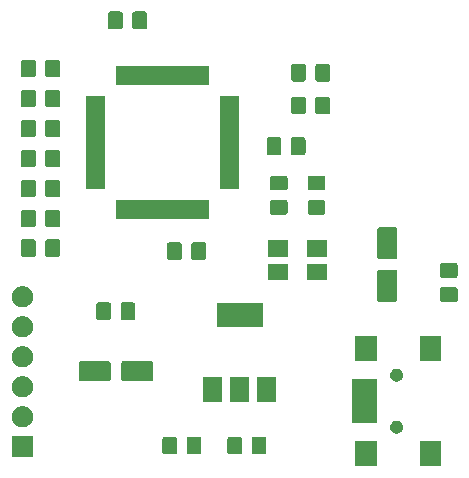
<source format=gbr>
G04 #@! TF.GenerationSoftware,KiCad,Pcbnew,5.1.5-1.fc31*
G04 #@! TF.CreationDate,2020-02-03T08:48:29+01:00*
G04 #@! TF.ProjectId,lab1,6c616231-2e6b-4696-9361-645f70636258,rev?*
G04 #@! TF.SameCoordinates,Original*
G04 #@! TF.FileFunction,Soldermask,Top*
G04 #@! TF.FilePolarity,Negative*
%FSLAX46Y46*%
G04 Gerber Fmt 4.6, Leading zero omitted, Abs format (unit mm)*
G04 Created by KiCad (PCBNEW 5.1.5-1.fc31) date 2020-02-03 08:48:29*
%MOMM*%
%LPD*%
G04 APERTURE LIST*
%ADD10C,0.100000*%
G04 APERTURE END LIST*
D10*
G36*
X135831000Y-93131000D02*
G01*
X134029000Y-93131000D01*
X134029000Y-91029000D01*
X135831000Y-91029000D01*
X135831000Y-93131000D01*
G37*
G36*
X130381000Y-93131000D02*
G01*
X128579000Y-93131000D01*
X128579000Y-91029000D01*
X130381000Y-91029000D01*
X130381000Y-93131000D01*
G37*
G36*
X101301000Y-92401000D02*
G01*
X99499000Y-92401000D01*
X99499000Y-90599000D01*
X101301000Y-90599000D01*
X101301000Y-92401000D01*
G37*
G36*
X115388674Y-90653465D02*
G01*
X115426367Y-90664899D01*
X115461103Y-90683466D01*
X115491548Y-90708452D01*
X115516534Y-90738897D01*
X115535101Y-90773633D01*
X115546535Y-90811326D01*
X115551000Y-90856661D01*
X115551000Y-91943339D01*
X115546535Y-91988674D01*
X115535101Y-92026367D01*
X115516534Y-92061103D01*
X115491548Y-92091548D01*
X115461103Y-92116534D01*
X115426367Y-92135101D01*
X115388674Y-92146535D01*
X115343339Y-92151000D01*
X114506661Y-92151000D01*
X114461326Y-92146535D01*
X114423633Y-92135101D01*
X114388897Y-92116534D01*
X114358452Y-92091548D01*
X114333466Y-92061103D01*
X114314899Y-92026367D01*
X114303465Y-91988674D01*
X114299000Y-91943339D01*
X114299000Y-90856661D01*
X114303465Y-90811326D01*
X114314899Y-90773633D01*
X114333466Y-90738897D01*
X114358452Y-90708452D01*
X114388897Y-90683466D01*
X114423633Y-90664899D01*
X114461326Y-90653465D01*
X114506661Y-90649000D01*
X115343339Y-90649000D01*
X115388674Y-90653465D01*
G37*
G36*
X118838674Y-90653465D02*
G01*
X118876367Y-90664899D01*
X118911103Y-90683466D01*
X118941548Y-90708452D01*
X118966534Y-90738897D01*
X118985101Y-90773633D01*
X118996535Y-90811326D01*
X119001000Y-90856661D01*
X119001000Y-91943339D01*
X118996535Y-91988674D01*
X118985101Y-92026367D01*
X118966534Y-92061103D01*
X118941548Y-92091548D01*
X118911103Y-92116534D01*
X118876367Y-92135101D01*
X118838674Y-92146535D01*
X118793339Y-92151000D01*
X117956661Y-92151000D01*
X117911326Y-92146535D01*
X117873633Y-92135101D01*
X117838897Y-92116534D01*
X117808452Y-92091548D01*
X117783466Y-92061103D01*
X117764899Y-92026367D01*
X117753465Y-91988674D01*
X117749000Y-91943339D01*
X117749000Y-90856661D01*
X117753465Y-90811326D01*
X117764899Y-90773633D01*
X117783466Y-90738897D01*
X117808452Y-90708452D01*
X117838897Y-90683466D01*
X117873633Y-90664899D01*
X117911326Y-90653465D01*
X117956661Y-90649000D01*
X118793339Y-90649000D01*
X118838674Y-90653465D01*
G37*
G36*
X113338674Y-90653465D02*
G01*
X113376367Y-90664899D01*
X113411103Y-90683466D01*
X113441548Y-90708452D01*
X113466534Y-90738897D01*
X113485101Y-90773633D01*
X113496535Y-90811326D01*
X113501000Y-90856661D01*
X113501000Y-91943339D01*
X113496535Y-91988674D01*
X113485101Y-92026367D01*
X113466534Y-92061103D01*
X113441548Y-92091548D01*
X113411103Y-92116534D01*
X113376367Y-92135101D01*
X113338674Y-92146535D01*
X113293339Y-92151000D01*
X112456661Y-92151000D01*
X112411326Y-92146535D01*
X112373633Y-92135101D01*
X112338897Y-92116534D01*
X112308452Y-92091548D01*
X112283466Y-92061103D01*
X112264899Y-92026367D01*
X112253465Y-91988674D01*
X112249000Y-91943339D01*
X112249000Y-90856661D01*
X112253465Y-90811326D01*
X112264899Y-90773633D01*
X112283466Y-90738897D01*
X112308452Y-90708452D01*
X112338897Y-90683466D01*
X112373633Y-90664899D01*
X112411326Y-90653465D01*
X112456661Y-90649000D01*
X113293339Y-90649000D01*
X113338674Y-90653465D01*
G37*
G36*
X120888674Y-90653465D02*
G01*
X120926367Y-90664899D01*
X120961103Y-90683466D01*
X120991548Y-90708452D01*
X121016534Y-90738897D01*
X121035101Y-90773633D01*
X121046535Y-90811326D01*
X121051000Y-90856661D01*
X121051000Y-91943339D01*
X121046535Y-91988674D01*
X121035101Y-92026367D01*
X121016534Y-92061103D01*
X120991548Y-92091548D01*
X120961103Y-92116534D01*
X120926367Y-92135101D01*
X120888674Y-92146535D01*
X120843339Y-92151000D01*
X120006661Y-92151000D01*
X119961326Y-92146535D01*
X119923633Y-92135101D01*
X119888897Y-92116534D01*
X119858452Y-92091548D01*
X119833466Y-92061103D01*
X119814899Y-92026367D01*
X119803465Y-91988674D01*
X119799000Y-91943339D01*
X119799000Y-90856661D01*
X119803465Y-90811326D01*
X119814899Y-90773633D01*
X119833466Y-90738897D01*
X119858452Y-90708452D01*
X119888897Y-90683466D01*
X119923633Y-90664899D01*
X119961326Y-90653465D01*
X120006661Y-90649000D01*
X120843339Y-90649000D01*
X120888674Y-90653465D01*
G37*
G36*
X132240721Y-89300174D02*
G01*
X132340995Y-89341709D01*
X132340996Y-89341710D01*
X132431242Y-89402010D01*
X132507990Y-89478758D01*
X132507991Y-89478760D01*
X132568291Y-89569005D01*
X132609826Y-89669279D01*
X132631000Y-89775730D01*
X132631000Y-89884270D01*
X132609826Y-89990721D01*
X132568291Y-90090995D01*
X132568290Y-90090996D01*
X132507990Y-90181242D01*
X132431242Y-90257990D01*
X132385812Y-90288345D01*
X132340995Y-90318291D01*
X132240721Y-90359826D01*
X132134270Y-90381000D01*
X132025730Y-90381000D01*
X131919279Y-90359826D01*
X131819005Y-90318291D01*
X131774188Y-90288345D01*
X131728758Y-90257990D01*
X131652010Y-90181242D01*
X131591710Y-90090996D01*
X131591709Y-90090995D01*
X131550174Y-89990721D01*
X131529000Y-89884270D01*
X131529000Y-89775730D01*
X131550174Y-89669279D01*
X131591709Y-89569005D01*
X131652009Y-89478760D01*
X131652010Y-89478758D01*
X131728758Y-89402010D01*
X131819004Y-89341710D01*
X131819005Y-89341709D01*
X131919279Y-89300174D01*
X132025730Y-89279000D01*
X132134270Y-89279000D01*
X132240721Y-89300174D01*
G37*
G36*
X100513512Y-88063927D02*
G01*
X100662812Y-88093624D01*
X100826784Y-88161544D01*
X100974354Y-88260147D01*
X101099853Y-88385646D01*
X101198456Y-88533216D01*
X101266376Y-88697188D01*
X101301000Y-88871259D01*
X101301000Y-89048741D01*
X101266376Y-89222812D01*
X101198456Y-89386784D01*
X101099853Y-89534354D01*
X100974354Y-89659853D01*
X100826784Y-89758456D01*
X100662812Y-89826376D01*
X100513512Y-89856073D01*
X100488742Y-89861000D01*
X100311258Y-89861000D01*
X100286488Y-89856073D01*
X100137188Y-89826376D01*
X99973216Y-89758456D01*
X99825646Y-89659853D01*
X99700147Y-89534354D01*
X99601544Y-89386784D01*
X99533624Y-89222812D01*
X99499000Y-89048741D01*
X99499000Y-88871259D01*
X99533624Y-88697188D01*
X99601544Y-88533216D01*
X99700147Y-88385646D01*
X99825646Y-88260147D01*
X99973216Y-88161544D01*
X100137188Y-88093624D01*
X100286488Y-88063927D01*
X100311258Y-88059000D01*
X100488742Y-88059000D01*
X100513512Y-88063927D01*
G37*
G36*
X130431000Y-89531000D02*
G01*
X128329000Y-89531000D01*
X128329000Y-85729000D01*
X130431000Y-85729000D01*
X130431000Y-89531000D01*
G37*
G36*
X119601000Y-87701000D02*
G01*
X117999000Y-87701000D01*
X117999000Y-85599000D01*
X119601000Y-85599000D01*
X119601000Y-87701000D01*
G37*
G36*
X117301000Y-87701000D02*
G01*
X115699000Y-87701000D01*
X115699000Y-85599000D01*
X117301000Y-85599000D01*
X117301000Y-87701000D01*
G37*
G36*
X121901000Y-87701000D02*
G01*
X120299000Y-87701000D01*
X120299000Y-85599000D01*
X121901000Y-85599000D01*
X121901000Y-87701000D01*
G37*
G36*
X100513512Y-85523927D02*
G01*
X100662812Y-85553624D01*
X100826784Y-85621544D01*
X100974354Y-85720147D01*
X101099853Y-85845646D01*
X101198456Y-85993216D01*
X101266376Y-86157188D01*
X101296073Y-86306488D01*
X101300949Y-86331000D01*
X101301000Y-86331259D01*
X101301000Y-86508741D01*
X101266376Y-86682812D01*
X101198456Y-86846784D01*
X101099853Y-86994354D01*
X100974354Y-87119853D01*
X100826784Y-87218456D01*
X100662812Y-87286376D01*
X100513512Y-87316073D01*
X100488742Y-87321000D01*
X100311258Y-87321000D01*
X100286488Y-87316073D01*
X100137188Y-87286376D01*
X99973216Y-87218456D01*
X99825646Y-87119853D01*
X99700147Y-86994354D01*
X99601544Y-86846784D01*
X99533624Y-86682812D01*
X99499000Y-86508741D01*
X99499000Y-86331259D01*
X99499052Y-86331000D01*
X99503927Y-86306488D01*
X99533624Y-86157188D01*
X99601544Y-85993216D01*
X99700147Y-85845646D01*
X99825646Y-85720147D01*
X99973216Y-85621544D01*
X100137188Y-85553624D01*
X100286488Y-85523927D01*
X100311258Y-85519000D01*
X100488742Y-85519000D01*
X100513512Y-85523927D01*
G37*
G36*
X132240721Y-84900174D02*
G01*
X132340995Y-84941709D01*
X132340996Y-84941710D01*
X132431242Y-85002010D01*
X132507990Y-85078758D01*
X132507991Y-85078760D01*
X132568291Y-85169005D01*
X132609826Y-85269279D01*
X132631000Y-85375730D01*
X132631000Y-85484270D01*
X132609826Y-85590721D01*
X132568291Y-85690995D01*
X132542897Y-85729000D01*
X132507990Y-85781242D01*
X132431242Y-85857990D01*
X132397306Y-85880665D01*
X132340995Y-85918291D01*
X132240721Y-85959826D01*
X132134270Y-85981000D01*
X132025730Y-85981000D01*
X131919279Y-85959826D01*
X131819005Y-85918291D01*
X131762694Y-85880665D01*
X131728758Y-85857990D01*
X131652010Y-85781242D01*
X131617103Y-85729000D01*
X131591709Y-85690995D01*
X131550174Y-85590721D01*
X131529000Y-85484270D01*
X131529000Y-85375730D01*
X131550174Y-85269279D01*
X131591709Y-85169005D01*
X131652009Y-85078760D01*
X131652010Y-85078758D01*
X131728758Y-85002010D01*
X131819004Y-84941710D01*
X131819005Y-84941709D01*
X131919279Y-84900174D01*
X132025730Y-84879000D01*
X132134270Y-84879000D01*
X132240721Y-84900174D01*
G37*
G36*
X107715997Y-84263051D02*
G01*
X107749652Y-84273261D01*
X107780665Y-84289838D01*
X107807851Y-84312149D01*
X107830162Y-84339335D01*
X107846739Y-84370348D01*
X107856949Y-84404003D01*
X107861000Y-84445138D01*
X107861000Y-85774862D01*
X107856949Y-85815997D01*
X107846739Y-85849652D01*
X107830162Y-85880665D01*
X107807851Y-85907851D01*
X107780665Y-85930162D01*
X107749652Y-85946739D01*
X107715997Y-85956949D01*
X107674862Y-85961000D01*
X105345138Y-85961000D01*
X105304003Y-85956949D01*
X105270348Y-85946739D01*
X105239335Y-85930162D01*
X105212149Y-85907851D01*
X105189838Y-85880665D01*
X105173261Y-85849652D01*
X105163051Y-85815997D01*
X105159000Y-85774862D01*
X105159000Y-84445138D01*
X105163051Y-84404003D01*
X105173261Y-84370348D01*
X105189838Y-84339335D01*
X105212149Y-84312149D01*
X105239335Y-84289838D01*
X105270348Y-84273261D01*
X105304003Y-84263051D01*
X105345138Y-84259000D01*
X107674862Y-84259000D01*
X107715997Y-84263051D01*
G37*
G36*
X111315997Y-84263051D02*
G01*
X111349652Y-84273261D01*
X111380665Y-84289838D01*
X111407851Y-84312149D01*
X111430162Y-84339335D01*
X111446739Y-84370348D01*
X111456949Y-84404003D01*
X111461000Y-84445138D01*
X111461000Y-85774862D01*
X111456949Y-85815997D01*
X111446739Y-85849652D01*
X111430162Y-85880665D01*
X111407851Y-85907851D01*
X111380665Y-85930162D01*
X111349652Y-85946739D01*
X111315997Y-85956949D01*
X111274862Y-85961000D01*
X108945138Y-85961000D01*
X108904003Y-85956949D01*
X108870348Y-85946739D01*
X108839335Y-85930162D01*
X108812149Y-85907851D01*
X108789838Y-85880665D01*
X108773261Y-85849652D01*
X108763051Y-85815997D01*
X108759000Y-85774862D01*
X108759000Y-84445138D01*
X108763051Y-84404003D01*
X108773261Y-84370348D01*
X108789838Y-84339335D01*
X108812149Y-84312149D01*
X108839335Y-84289838D01*
X108870348Y-84273261D01*
X108904003Y-84263051D01*
X108945138Y-84259000D01*
X111274862Y-84259000D01*
X111315997Y-84263051D01*
G37*
G36*
X100513512Y-82983927D02*
G01*
X100662812Y-83013624D01*
X100826784Y-83081544D01*
X100974354Y-83180147D01*
X101099853Y-83305646D01*
X101198456Y-83453216D01*
X101266376Y-83617188D01*
X101301000Y-83791259D01*
X101301000Y-83968741D01*
X101266376Y-84142812D01*
X101198456Y-84306784D01*
X101099853Y-84454354D01*
X100974354Y-84579853D01*
X100826784Y-84678456D01*
X100662812Y-84746376D01*
X100513512Y-84776073D01*
X100488742Y-84781000D01*
X100311258Y-84781000D01*
X100286488Y-84776073D01*
X100137188Y-84746376D01*
X99973216Y-84678456D01*
X99825646Y-84579853D01*
X99700147Y-84454354D01*
X99601544Y-84306784D01*
X99533624Y-84142812D01*
X99499000Y-83968741D01*
X99499000Y-83791259D01*
X99533624Y-83617188D01*
X99601544Y-83453216D01*
X99700147Y-83305646D01*
X99825646Y-83180147D01*
X99973216Y-83081544D01*
X100137188Y-83013624D01*
X100286488Y-82983927D01*
X100311258Y-82979000D01*
X100488742Y-82979000D01*
X100513512Y-82983927D01*
G37*
G36*
X130381000Y-84231000D02*
G01*
X128579000Y-84231000D01*
X128579000Y-82129000D01*
X130381000Y-82129000D01*
X130381000Y-84231000D01*
G37*
G36*
X135831000Y-84231000D02*
G01*
X134029000Y-84231000D01*
X134029000Y-82129000D01*
X135831000Y-82129000D01*
X135831000Y-84231000D01*
G37*
G36*
X100513512Y-80443927D02*
G01*
X100662812Y-80473624D01*
X100826784Y-80541544D01*
X100974354Y-80640147D01*
X101099853Y-80765646D01*
X101198456Y-80913216D01*
X101266376Y-81077188D01*
X101301000Y-81251259D01*
X101301000Y-81428741D01*
X101266376Y-81602812D01*
X101198456Y-81766784D01*
X101099853Y-81914354D01*
X100974354Y-82039853D01*
X100826784Y-82138456D01*
X100662812Y-82206376D01*
X100513512Y-82236073D01*
X100488742Y-82241000D01*
X100311258Y-82241000D01*
X100286488Y-82236073D01*
X100137188Y-82206376D01*
X99973216Y-82138456D01*
X99825646Y-82039853D01*
X99700147Y-81914354D01*
X99601544Y-81766784D01*
X99533624Y-81602812D01*
X99499000Y-81428741D01*
X99499000Y-81251259D01*
X99533624Y-81077188D01*
X99601544Y-80913216D01*
X99700147Y-80765646D01*
X99825646Y-80640147D01*
X99973216Y-80541544D01*
X100137188Y-80473624D01*
X100286488Y-80443927D01*
X100311258Y-80439000D01*
X100488742Y-80439000D01*
X100513512Y-80443927D01*
G37*
G36*
X120751000Y-81401000D02*
G01*
X116849000Y-81401000D01*
X116849000Y-79299000D01*
X120751000Y-79299000D01*
X120751000Y-81401000D01*
G37*
G36*
X109798674Y-79283465D02*
G01*
X109836367Y-79294899D01*
X109871103Y-79313466D01*
X109901548Y-79338452D01*
X109926534Y-79368897D01*
X109945101Y-79403633D01*
X109956535Y-79441326D01*
X109961000Y-79486661D01*
X109961000Y-80573339D01*
X109956535Y-80618674D01*
X109945101Y-80656367D01*
X109926534Y-80691103D01*
X109901548Y-80721548D01*
X109871103Y-80746534D01*
X109836367Y-80765101D01*
X109798674Y-80776535D01*
X109753339Y-80781000D01*
X108916661Y-80781000D01*
X108871326Y-80776535D01*
X108833633Y-80765101D01*
X108798897Y-80746534D01*
X108768452Y-80721548D01*
X108743466Y-80691103D01*
X108724899Y-80656367D01*
X108713465Y-80618674D01*
X108709000Y-80573339D01*
X108709000Y-79486661D01*
X108713465Y-79441326D01*
X108724899Y-79403633D01*
X108743466Y-79368897D01*
X108768452Y-79338452D01*
X108798897Y-79313466D01*
X108833633Y-79294899D01*
X108871326Y-79283465D01*
X108916661Y-79279000D01*
X109753339Y-79279000D01*
X109798674Y-79283465D01*
G37*
G36*
X107748674Y-79283465D02*
G01*
X107786367Y-79294899D01*
X107821103Y-79313466D01*
X107851548Y-79338452D01*
X107876534Y-79368897D01*
X107895101Y-79403633D01*
X107906535Y-79441326D01*
X107911000Y-79486661D01*
X107911000Y-80573339D01*
X107906535Y-80618674D01*
X107895101Y-80656367D01*
X107876534Y-80691103D01*
X107851548Y-80721548D01*
X107821103Y-80746534D01*
X107786367Y-80765101D01*
X107748674Y-80776535D01*
X107703339Y-80781000D01*
X106866661Y-80781000D01*
X106821326Y-80776535D01*
X106783633Y-80765101D01*
X106748897Y-80746534D01*
X106718452Y-80721548D01*
X106693466Y-80691103D01*
X106674899Y-80656367D01*
X106663465Y-80618674D01*
X106659000Y-80573339D01*
X106659000Y-79486661D01*
X106663465Y-79441326D01*
X106674899Y-79403633D01*
X106693466Y-79368897D01*
X106718452Y-79338452D01*
X106748897Y-79313466D01*
X106783633Y-79294899D01*
X106821326Y-79283465D01*
X106866661Y-79279000D01*
X107703339Y-79279000D01*
X107748674Y-79283465D01*
G37*
G36*
X100513512Y-77903927D02*
G01*
X100662812Y-77933624D01*
X100826784Y-78001544D01*
X100974354Y-78100147D01*
X101099853Y-78225646D01*
X101198456Y-78373216D01*
X101266376Y-78537188D01*
X101301000Y-78711259D01*
X101301000Y-78888741D01*
X101266376Y-79062812D01*
X101198456Y-79226784D01*
X101099853Y-79374354D01*
X100974354Y-79499853D01*
X100826784Y-79598456D01*
X100662812Y-79666376D01*
X100513512Y-79696073D01*
X100488742Y-79701000D01*
X100311258Y-79701000D01*
X100286488Y-79696073D01*
X100137188Y-79666376D01*
X99973216Y-79598456D01*
X99825646Y-79499853D01*
X99700147Y-79374354D01*
X99601544Y-79226784D01*
X99533624Y-79062812D01*
X99499000Y-78888741D01*
X99499000Y-78711259D01*
X99533624Y-78537188D01*
X99601544Y-78373216D01*
X99700147Y-78225646D01*
X99825646Y-78100147D01*
X99973216Y-78001544D01*
X100137188Y-77933624D01*
X100286488Y-77903927D01*
X100311258Y-77899000D01*
X100488742Y-77899000D01*
X100513512Y-77903927D01*
G37*
G36*
X137088674Y-78003465D02*
G01*
X137126367Y-78014899D01*
X137161103Y-78033466D01*
X137191548Y-78058452D01*
X137216534Y-78088897D01*
X137235101Y-78123633D01*
X137246535Y-78161326D01*
X137251000Y-78206661D01*
X137251000Y-79043339D01*
X137246535Y-79088674D01*
X137235101Y-79126367D01*
X137216534Y-79161103D01*
X137191548Y-79191548D01*
X137161103Y-79216534D01*
X137126367Y-79235101D01*
X137088674Y-79246535D01*
X137043339Y-79251000D01*
X135956661Y-79251000D01*
X135911326Y-79246535D01*
X135873633Y-79235101D01*
X135838897Y-79216534D01*
X135808452Y-79191548D01*
X135783466Y-79161103D01*
X135764899Y-79126367D01*
X135753465Y-79088674D01*
X135749000Y-79043339D01*
X135749000Y-78206661D01*
X135753465Y-78161326D01*
X135764899Y-78123633D01*
X135783466Y-78088897D01*
X135808452Y-78058452D01*
X135838897Y-78033466D01*
X135873633Y-78014899D01*
X135911326Y-78003465D01*
X135956661Y-77999000D01*
X137043339Y-77999000D01*
X137088674Y-78003465D01*
G37*
G36*
X132005997Y-76523051D02*
G01*
X132039652Y-76533261D01*
X132070665Y-76549838D01*
X132097851Y-76572149D01*
X132120162Y-76599335D01*
X132136739Y-76630348D01*
X132146949Y-76664003D01*
X132151000Y-76705138D01*
X132151000Y-79034862D01*
X132146949Y-79075997D01*
X132136739Y-79109652D01*
X132120162Y-79140665D01*
X132097851Y-79167851D01*
X132070665Y-79190162D01*
X132039652Y-79206739D01*
X132005997Y-79216949D01*
X131964862Y-79221000D01*
X130635138Y-79221000D01*
X130594003Y-79216949D01*
X130560348Y-79206739D01*
X130529335Y-79190162D01*
X130502149Y-79167851D01*
X130479838Y-79140665D01*
X130463261Y-79109652D01*
X130453051Y-79075997D01*
X130449000Y-79034862D01*
X130449000Y-76705138D01*
X130453051Y-76664003D01*
X130463261Y-76630348D01*
X130479838Y-76599335D01*
X130502149Y-76572149D01*
X130529335Y-76549838D01*
X130560348Y-76533261D01*
X130594003Y-76523051D01*
X130635138Y-76519000D01*
X131964862Y-76519000D01*
X132005997Y-76523051D01*
G37*
G36*
X126201000Y-77401000D02*
G01*
X124499000Y-77401000D01*
X124499000Y-75999000D01*
X126201000Y-75999000D01*
X126201000Y-77401000D01*
G37*
G36*
X122901000Y-77401000D02*
G01*
X121199000Y-77401000D01*
X121199000Y-75999000D01*
X122901000Y-75999000D01*
X122901000Y-77401000D01*
G37*
G36*
X137088674Y-75953465D02*
G01*
X137126367Y-75964899D01*
X137161103Y-75983466D01*
X137191548Y-76008452D01*
X137216534Y-76038897D01*
X137235101Y-76073633D01*
X137246535Y-76111326D01*
X137251000Y-76156661D01*
X137251000Y-76993339D01*
X137246535Y-77038674D01*
X137235101Y-77076367D01*
X137216534Y-77111103D01*
X137191548Y-77141548D01*
X137161103Y-77166534D01*
X137126367Y-77185101D01*
X137088674Y-77196535D01*
X137043339Y-77201000D01*
X135956661Y-77201000D01*
X135911326Y-77196535D01*
X135873633Y-77185101D01*
X135838897Y-77166534D01*
X135808452Y-77141548D01*
X135783466Y-77111103D01*
X135764899Y-77076367D01*
X135753465Y-77038674D01*
X135749000Y-76993339D01*
X135749000Y-76156661D01*
X135753465Y-76111326D01*
X135764899Y-76073633D01*
X135783466Y-76038897D01*
X135808452Y-76008452D01*
X135838897Y-75983466D01*
X135873633Y-75964899D01*
X135911326Y-75953465D01*
X135956661Y-75949000D01*
X137043339Y-75949000D01*
X137088674Y-75953465D01*
G37*
G36*
X115788674Y-74183465D02*
G01*
X115826367Y-74194899D01*
X115861103Y-74213466D01*
X115891548Y-74238452D01*
X115916534Y-74268897D01*
X115935101Y-74303633D01*
X115946535Y-74341326D01*
X115951000Y-74386661D01*
X115951000Y-75473339D01*
X115946535Y-75518674D01*
X115935101Y-75556367D01*
X115916534Y-75591103D01*
X115891548Y-75621548D01*
X115861103Y-75646534D01*
X115826367Y-75665101D01*
X115788674Y-75676535D01*
X115743339Y-75681000D01*
X114906661Y-75681000D01*
X114861326Y-75676535D01*
X114823633Y-75665101D01*
X114788897Y-75646534D01*
X114758452Y-75621548D01*
X114733466Y-75591103D01*
X114714899Y-75556367D01*
X114703465Y-75518674D01*
X114699000Y-75473339D01*
X114699000Y-74386661D01*
X114703465Y-74341326D01*
X114714899Y-74303633D01*
X114733466Y-74268897D01*
X114758452Y-74238452D01*
X114788897Y-74213466D01*
X114823633Y-74194899D01*
X114861326Y-74183465D01*
X114906661Y-74179000D01*
X115743339Y-74179000D01*
X115788674Y-74183465D01*
G37*
G36*
X113738674Y-74183465D02*
G01*
X113776367Y-74194899D01*
X113811103Y-74213466D01*
X113841548Y-74238452D01*
X113866534Y-74268897D01*
X113885101Y-74303633D01*
X113896535Y-74341326D01*
X113901000Y-74386661D01*
X113901000Y-75473339D01*
X113896535Y-75518674D01*
X113885101Y-75556367D01*
X113866534Y-75591103D01*
X113841548Y-75621548D01*
X113811103Y-75646534D01*
X113776367Y-75665101D01*
X113738674Y-75676535D01*
X113693339Y-75681000D01*
X112856661Y-75681000D01*
X112811326Y-75676535D01*
X112773633Y-75665101D01*
X112738897Y-75646534D01*
X112708452Y-75621548D01*
X112683466Y-75591103D01*
X112664899Y-75556367D01*
X112653465Y-75518674D01*
X112649000Y-75473339D01*
X112649000Y-74386661D01*
X112653465Y-74341326D01*
X112664899Y-74303633D01*
X112683466Y-74268897D01*
X112708452Y-74238452D01*
X112738897Y-74213466D01*
X112773633Y-74194899D01*
X112811326Y-74183465D01*
X112856661Y-74179000D01*
X113693339Y-74179000D01*
X113738674Y-74183465D01*
G37*
G36*
X132005997Y-72923051D02*
G01*
X132039652Y-72933261D01*
X132070665Y-72949838D01*
X132097851Y-72972149D01*
X132120162Y-72999335D01*
X132136739Y-73030348D01*
X132146949Y-73064003D01*
X132151000Y-73105138D01*
X132151000Y-75434862D01*
X132146949Y-75475997D01*
X132136739Y-75509652D01*
X132120162Y-75540665D01*
X132097851Y-75567851D01*
X132070665Y-75590162D01*
X132039652Y-75606739D01*
X132005997Y-75616949D01*
X131964862Y-75621000D01*
X130635138Y-75621000D01*
X130594003Y-75616949D01*
X130560348Y-75606739D01*
X130529335Y-75590162D01*
X130502149Y-75567851D01*
X130479838Y-75540665D01*
X130463261Y-75509652D01*
X130453051Y-75475997D01*
X130449000Y-75434862D01*
X130449000Y-73105138D01*
X130453051Y-73064003D01*
X130463261Y-73030348D01*
X130479838Y-72999335D01*
X130502149Y-72972149D01*
X130529335Y-72949838D01*
X130560348Y-72933261D01*
X130594003Y-72923051D01*
X130635138Y-72919000D01*
X131964862Y-72919000D01*
X132005997Y-72923051D01*
G37*
G36*
X101368674Y-73923465D02*
G01*
X101406367Y-73934899D01*
X101441103Y-73953466D01*
X101471548Y-73978452D01*
X101496534Y-74008897D01*
X101515101Y-74043633D01*
X101526535Y-74081326D01*
X101531000Y-74126661D01*
X101531000Y-75213339D01*
X101526535Y-75258674D01*
X101515101Y-75296367D01*
X101496534Y-75331103D01*
X101471548Y-75361548D01*
X101441103Y-75386534D01*
X101406367Y-75405101D01*
X101368674Y-75416535D01*
X101323339Y-75421000D01*
X100486661Y-75421000D01*
X100441326Y-75416535D01*
X100403633Y-75405101D01*
X100368897Y-75386534D01*
X100338452Y-75361548D01*
X100313466Y-75331103D01*
X100294899Y-75296367D01*
X100283465Y-75258674D01*
X100279000Y-75213339D01*
X100279000Y-74126661D01*
X100283465Y-74081326D01*
X100294899Y-74043633D01*
X100313466Y-74008897D01*
X100338452Y-73978452D01*
X100368897Y-73953466D01*
X100403633Y-73934899D01*
X100441326Y-73923465D01*
X100486661Y-73919000D01*
X101323339Y-73919000D01*
X101368674Y-73923465D01*
G37*
G36*
X103418674Y-73923465D02*
G01*
X103456367Y-73934899D01*
X103491103Y-73953466D01*
X103521548Y-73978452D01*
X103546534Y-74008897D01*
X103565101Y-74043633D01*
X103576535Y-74081326D01*
X103581000Y-74126661D01*
X103581000Y-75213339D01*
X103576535Y-75258674D01*
X103565101Y-75296367D01*
X103546534Y-75331103D01*
X103521548Y-75361548D01*
X103491103Y-75386534D01*
X103456367Y-75405101D01*
X103418674Y-75416535D01*
X103373339Y-75421000D01*
X102536661Y-75421000D01*
X102491326Y-75416535D01*
X102453633Y-75405101D01*
X102418897Y-75386534D01*
X102388452Y-75361548D01*
X102363466Y-75331103D01*
X102344899Y-75296367D01*
X102333465Y-75258674D01*
X102329000Y-75213339D01*
X102329000Y-74126661D01*
X102333465Y-74081326D01*
X102344899Y-74043633D01*
X102363466Y-74008897D01*
X102388452Y-73978452D01*
X102418897Y-73953466D01*
X102453633Y-73934899D01*
X102491326Y-73923465D01*
X102536661Y-73919000D01*
X103373339Y-73919000D01*
X103418674Y-73923465D01*
G37*
G36*
X122901000Y-75401000D02*
G01*
X121199000Y-75401000D01*
X121199000Y-73999000D01*
X122901000Y-73999000D01*
X122901000Y-75401000D01*
G37*
G36*
X126201000Y-75401000D02*
G01*
X124499000Y-75401000D01*
X124499000Y-73999000D01*
X126201000Y-73999000D01*
X126201000Y-75401000D01*
G37*
G36*
X101368674Y-71423465D02*
G01*
X101406367Y-71434899D01*
X101441103Y-71453466D01*
X101471548Y-71478452D01*
X101496534Y-71508897D01*
X101515101Y-71543633D01*
X101526535Y-71581326D01*
X101531000Y-71626661D01*
X101531000Y-72713339D01*
X101526535Y-72758674D01*
X101515101Y-72796367D01*
X101496534Y-72831103D01*
X101471548Y-72861548D01*
X101441103Y-72886534D01*
X101406367Y-72905101D01*
X101368674Y-72916535D01*
X101323339Y-72921000D01*
X100486661Y-72921000D01*
X100441326Y-72916535D01*
X100403633Y-72905101D01*
X100368897Y-72886534D01*
X100338452Y-72861548D01*
X100313466Y-72831103D01*
X100294899Y-72796367D01*
X100283465Y-72758674D01*
X100279000Y-72713339D01*
X100279000Y-71626661D01*
X100283465Y-71581326D01*
X100294899Y-71543633D01*
X100313466Y-71508897D01*
X100338452Y-71478452D01*
X100368897Y-71453466D01*
X100403633Y-71434899D01*
X100441326Y-71423465D01*
X100486661Y-71419000D01*
X101323339Y-71419000D01*
X101368674Y-71423465D01*
G37*
G36*
X103418674Y-71423465D02*
G01*
X103456367Y-71434899D01*
X103491103Y-71453466D01*
X103521548Y-71478452D01*
X103546534Y-71508897D01*
X103565101Y-71543633D01*
X103576535Y-71581326D01*
X103581000Y-71626661D01*
X103581000Y-72713339D01*
X103576535Y-72758674D01*
X103565101Y-72796367D01*
X103546534Y-72831103D01*
X103521548Y-72861548D01*
X103491103Y-72886534D01*
X103456367Y-72905101D01*
X103418674Y-72916535D01*
X103373339Y-72921000D01*
X102536661Y-72921000D01*
X102491326Y-72916535D01*
X102453633Y-72905101D01*
X102418897Y-72886534D01*
X102388452Y-72861548D01*
X102363466Y-72831103D01*
X102344899Y-72796367D01*
X102333465Y-72758674D01*
X102329000Y-72713339D01*
X102329000Y-71626661D01*
X102333465Y-71581326D01*
X102344899Y-71543633D01*
X102363466Y-71508897D01*
X102388452Y-71478452D01*
X102418897Y-71453466D01*
X102453633Y-71434899D01*
X102491326Y-71423465D01*
X102536661Y-71419000D01*
X103373339Y-71419000D01*
X103418674Y-71423465D01*
G37*
G36*
X108690295Y-70580323D02*
G01*
X108697309Y-70582451D01*
X108711077Y-70589810D01*
X108733716Y-70599187D01*
X108757749Y-70603967D01*
X108782253Y-70603967D01*
X108806286Y-70599186D01*
X108828923Y-70589810D01*
X108842691Y-70582451D01*
X108849705Y-70580323D01*
X108863140Y-70579000D01*
X109176860Y-70579000D01*
X109190295Y-70580323D01*
X109197309Y-70582451D01*
X109211077Y-70589810D01*
X109233716Y-70599187D01*
X109257749Y-70603967D01*
X109282253Y-70603967D01*
X109306286Y-70599186D01*
X109328923Y-70589810D01*
X109342691Y-70582451D01*
X109349705Y-70580323D01*
X109363140Y-70579000D01*
X109676860Y-70579000D01*
X109690295Y-70580323D01*
X109697309Y-70582451D01*
X109711077Y-70589810D01*
X109733716Y-70599187D01*
X109757749Y-70603967D01*
X109782253Y-70603967D01*
X109806286Y-70599186D01*
X109828923Y-70589810D01*
X109842691Y-70582451D01*
X109849705Y-70580323D01*
X109863140Y-70579000D01*
X110176860Y-70579000D01*
X110190295Y-70580323D01*
X110197309Y-70582451D01*
X110211077Y-70589810D01*
X110233716Y-70599187D01*
X110257749Y-70603967D01*
X110282253Y-70603967D01*
X110306286Y-70599186D01*
X110328923Y-70589810D01*
X110342691Y-70582451D01*
X110349705Y-70580323D01*
X110363140Y-70579000D01*
X110676860Y-70579000D01*
X110690295Y-70580323D01*
X110697309Y-70582451D01*
X110711077Y-70589810D01*
X110733716Y-70599187D01*
X110757749Y-70603967D01*
X110782253Y-70603967D01*
X110806286Y-70599186D01*
X110828923Y-70589810D01*
X110842691Y-70582451D01*
X110849705Y-70580323D01*
X110863140Y-70579000D01*
X111176860Y-70579000D01*
X111190295Y-70580323D01*
X111197309Y-70582451D01*
X111211077Y-70589810D01*
X111233716Y-70599187D01*
X111257749Y-70603967D01*
X111282253Y-70603967D01*
X111306286Y-70599186D01*
X111328923Y-70589810D01*
X111342691Y-70582451D01*
X111349705Y-70580323D01*
X111363140Y-70579000D01*
X111676860Y-70579000D01*
X111690295Y-70580323D01*
X111697309Y-70582451D01*
X111711077Y-70589810D01*
X111733716Y-70599187D01*
X111757749Y-70603967D01*
X111782253Y-70603967D01*
X111806286Y-70599186D01*
X111828923Y-70589810D01*
X111842691Y-70582451D01*
X111849705Y-70580323D01*
X111863140Y-70579000D01*
X112176860Y-70579000D01*
X112190295Y-70580323D01*
X112197309Y-70582451D01*
X112211077Y-70589810D01*
X112233716Y-70599187D01*
X112257749Y-70603967D01*
X112282253Y-70603967D01*
X112306286Y-70599186D01*
X112328923Y-70589810D01*
X112342691Y-70582451D01*
X112349705Y-70580323D01*
X112363140Y-70579000D01*
X112676860Y-70579000D01*
X112690295Y-70580323D01*
X112697309Y-70582451D01*
X112711077Y-70589810D01*
X112733716Y-70599187D01*
X112757749Y-70603967D01*
X112782253Y-70603967D01*
X112806286Y-70599186D01*
X112828923Y-70589810D01*
X112842691Y-70582451D01*
X112849705Y-70580323D01*
X112863140Y-70579000D01*
X113176860Y-70579000D01*
X113190295Y-70580323D01*
X113197309Y-70582451D01*
X113211077Y-70589810D01*
X113233716Y-70599187D01*
X113257749Y-70603967D01*
X113282253Y-70603967D01*
X113306286Y-70599186D01*
X113328923Y-70589810D01*
X113342691Y-70582451D01*
X113349705Y-70580323D01*
X113363140Y-70579000D01*
X113676860Y-70579000D01*
X113690295Y-70580323D01*
X113697309Y-70582451D01*
X113711077Y-70589810D01*
X113733716Y-70599187D01*
X113757749Y-70603967D01*
X113782253Y-70603967D01*
X113806286Y-70599186D01*
X113828923Y-70589810D01*
X113842691Y-70582451D01*
X113849705Y-70580323D01*
X113863140Y-70579000D01*
X114176860Y-70579000D01*
X114190295Y-70580323D01*
X114197309Y-70582451D01*
X114211077Y-70589810D01*
X114233716Y-70599187D01*
X114257749Y-70603967D01*
X114282253Y-70603967D01*
X114306286Y-70599186D01*
X114328923Y-70589810D01*
X114342691Y-70582451D01*
X114349705Y-70580323D01*
X114363140Y-70579000D01*
X114676860Y-70579000D01*
X114690295Y-70580323D01*
X114697309Y-70582451D01*
X114711077Y-70589810D01*
X114733716Y-70599187D01*
X114757749Y-70603967D01*
X114782253Y-70603967D01*
X114806286Y-70599186D01*
X114828923Y-70589810D01*
X114842691Y-70582451D01*
X114849705Y-70580323D01*
X114863140Y-70579000D01*
X115176860Y-70579000D01*
X115190295Y-70580323D01*
X115197309Y-70582451D01*
X115211077Y-70589810D01*
X115233716Y-70599187D01*
X115257749Y-70603967D01*
X115282253Y-70603967D01*
X115306286Y-70599186D01*
X115328923Y-70589810D01*
X115342691Y-70582451D01*
X115349705Y-70580323D01*
X115363140Y-70579000D01*
X115676860Y-70579000D01*
X115690295Y-70580323D01*
X115697309Y-70582451D01*
X115711077Y-70589810D01*
X115733716Y-70599187D01*
X115757749Y-70603967D01*
X115782253Y-70603967D01*
X115806286Y-70599186D01*
X115828923Y-70589810D01*
X115842691Y-70582451D01*
X115849705Y-70580323D01*
X115863140Y-70579000D01*
X116176860Y-70579000D01*
X116190295Y-70580323D01*
X116197310Y-70582451D01*
X116203776Y-70585908D01*
X116209442Y-70590558D01*
X116214092Y-70596224D01*
X116217549Y-70602690D01*
X116219677Y-70609705D01*
X116221000Y-70623140D01*
X116221000Y-72186860D01*
X116219677Y-72200295D01*
X116217549Y-72207310D01*
X116214092Y-72213776D01*
X116209442Y-72219442D01*
X116203776Y-72224092D01*
X116197310Y-72227549D01*
X116190295Y-72229677D01*
X116176860Y-72231000D01*
X115863140Y-72231000D01*
X115849705Y-72229677D01*
X115842691Y-72227549D01*
X115828923Y-72220190D01*
X115806284Y-72210813D01*
X115782251Y-72206033D01*
X115757747Y-72206033D01*
X115733714Y-72210814D01*
X115711077Y-72220190D01*
X115697309Y-72227549D01*
X115690295Y-72229677D01*
X115676860Y-72231000D01*
X115363140Y-72231000D01*
X115349705Y-72229677D01*
X115342691Y-72227549D01*
X115328923Y-72220190D01*
X115306284Y-72210813D01*
X115282251Y-72206033D01*
X115257747Y-72206033D01*
X115233714Y-72210814D01*
X115211077Y-72220190D01*
X115197309Y-72227549D01*
X115190295Y-72229677D01*
X115176860Y-72231000D01*
X114863140Y-72231000D01*
X114849705Y-72229677D01*
X114842691Y-72227549D01*
X114828923Y-72220190D01*
X114806284Y-72210813D01*
X114782251Y-72206033D01*
X114757747Y-72206033D01*
X114733714Y-72210814D01*
X114711077Y-72220190D01*
X114697309Y-72227549D01*
X114690295Y-72229677D01*
X114676860Y-72231000D01*
X114363140Y-72231000D01*
X114349705Y-72229677D01*
X114342691Y-72227549D01*
X114328923Y-72220190D01*
X114306284Y-72210813D01*
X114282251Y-72206033D01*
X114257747Y-72206033D01*
X114233714Y-72210814D01*
X114211077Y-72220190D01*
X114197309Y-72227549D01*
X114190295Y-72229677D01*
X114176860Y-72231000D01*
X113863140Y-72231000D01*
X113849705Y-72229677D01*
X113842691Y-72227549D01*
X113828923Y-72220190D01*
X113806284Y-72210813D01*
X113782251Y-72206033D01*
X113757747Y-72206033D01*
X113733714Y-72210814D01*
X113711077Y-72220190D01*
X113697309Y-72227549D01*
X113690295Y-72229677D01*
X113676860Y-72231000D01*
X113363140Y-72231000D01*
X113349705Y-72229677D01*
X113342691Y-72227549D01*
X113328923Y-72220190D01*
X113306284Y-72210813D01*
X113282251Y-72206033D01*
X113257747Y-72206033D01*
X113233714Y-72210814D01*
X113211077Y-72220190D01*
X113197309Y-72227549D01*
X113190295Y-72229677D01*
X113176860Y-72231000D01*
X112863140Y-72231000D01*
X112849705Y-72229677D01*
X112842691Y-72227549D01*
X112828923Y-72220190D01*
X112806284Y-72210813D01*
X112782251Y-72206033D01*
X112757747Y-72206033D01*
X112733714Y-72210814D01*
X112711077Y-72220190D01*
X112697309Y-72227549D01*
X112690295Y-72229677D01*
X112676860Y-72231000D01*
X112363140Y-72231000D01*
X112349705Y-72229677D01*
X112342691Y-72227549D01*
X112328923Y-72220190D01*
X112306284Y-72210813D01*
X112282251Y-72206033D01*
X112257747Y-72206033D01*
X112233714Y-72210814D01*
X112211077Y-72220190D01*
X112197309Y-72227549D01*
X112190295Y-72229677D01*
X112176860Y-72231000D01*
X111863140Y-72231000D01*
X111849705Y-72229677D01*
X111842691Y-72227549D01*
X111828923Y-72220190D01*
X111806284Y-72210813D01*
X111782251Y-72206033D01*
X111757747Y-72206033D01*
X111733714Y-72210814D01*
X111711077Y-72220190D01*
X111697309Y-72227549D01*
X111690295Y-72229677D01*
X111676860Y-72231000D01*
X111363140Y-72231000D01*
X111349705Y-72229677D01*
X111342691Y-72227549D01*
X111328923Y-72220190D01*
X111306284Y-72210813D01*
X111282251Y-72206033D01*
X111257747Y-72206033D01*
X111233714Y-72210814D01*
X111211077Y-72220190D01*
X111197309Y-72227549D01*
X111190295Y-72229677D01*
X111176860Y-72231000D01*
X110863140Y-72231000D01*
X110849705Y-72229677D01*
X110842691Y-72227549D01*
X110828923Y-72220190D01*
X110806284Y-72210813D01*
X110782251Y-72206033D01*
X110757747Y-72206033D01*
X110733714Y-72210814D01*
X110711077Y-72220190D01*
X110697309Y-72227549D01*
X110690295Y-72229677D01*
X110676860Y-72231000D01*
X110363140Y-72231000D01*
X110349705Y-72229677D01*
X110342691Y-72227549D01*
X110328923Y-72220190D01*
X110306284Y-72210813D01*
X110282251Y-72206033D01*
X110257747Y-72206033D01*
X110233714Y-72210814D01*
X110211077Y-72220190D01*
X110197309Y-72227549D01*
X110190295Y-72229677D01*
X110176860Y-72231000D01*
X109863140Y-72231000D01*
X109849705Y-72229677D01*
X109842691Y-72227549D01*
X109828923Y-72220190D01*
X109806284Y-72210813D01*
X109782251Y-72206033D01*
X109757747Y-72206033D01*
X109733714Y-72210814D01*
X109711077Y-72220190D01*
X109697309Y-72227549D01*
X109690295Y-72229677D01*
X109676860Y-72231000D01*
X109363140Y-72231000D01*
X109349705Y-72229677D01*
X109342691Y-72227549D01*
X109328923Y-72220190D01*
X109306284Y-72210813D01*
X109282251Y-72206033D01*
X109257747Y-72206033D01*
X109233714Y-72210814D01*
X109211077Y-72220190D01*
X109197309Y-72227549D01*
X109190295Y-72229677D01*
X109176860Y-72231000D01*
X108863140Y-72231000D01*
X108849705Y-72229677D01*
X108842691Y-72227549D01*
X108828923Y-72220190D01*
X108806284Y-72210813D01*
X108782251Y-72206033D01*
X108757747Y-72206033D01*
X108733714Y-72210814D01*
X108711077Y-72220190D01*
X108697309Y-72227549D01*
X108690295Y-72229677D01*
X108676860Y-72231000D01*
X108363140Y-72231000D01*
X108349705Y-72229677D01*
X108342690Y-72227549D01*
X108336224Y-72224092D01*
X108330558Y-72219442D01*
X108325908Y-72213776D01*
X108322451Y-72207310D01*
X108320323Y-72200295D01*
X108319000Y-72186860D01*
X108319000Y-70623140D01*
X108320323Y-70609705D01*
X108322451Y-70602690D01*
X108325908Y-70596224D01*
X108330558Y-70590558D01*
X108336224Y-70585908D01*
X108342690Y-70582451D01*
X108349705Y-70580323D01*
X108363140Y-70579000D01*
X108676860Y-70579000D01*
X108690295Y-70580323D01*
G37*
G36*
X122688674Y-70603465D02*
G01*
X122726367Y-70614899D01*
X122761103Y-70633466D01*
X122791548Y-70658452D01*
X122816534Y-70688897D01*
X122835101Y-70723633D01*
X122846535Y-70761326D01*
X122851000Y-70806661D01*
X122851000Y-71643339D01*
X122846535Y-71688674D01*
X122835101Y-71726367D01*
X122816534Y-71761103D01*
X122791548Y-71791548D01*
X122761103Y-71816534D01*
X122726367Y-71835101D01*
X122688674Y-71846535D01*
X122643339Y-71851000D01*
X121556661Y-71851000D01*
X121511326Y-71846535D01*
X121473633Y-71835101D01*
X121438897Y-71816534D01*
X121408452Y-71791548D01*
X121383466Y-71761103D01*
X121364899Y-71726367D01*
X121353465Y-71688674D01*
X121349000Y-71643339D01*
X121349000Y-70806661D01*
X121353465Y-70761326D01*
X121364899Y-70723633D01*
X121383466Y-70688897D01*
X121408452Y-70658452D01*
X121438897Y-70633466D01*
X121473633Y-70614899D01*
X121511326Y-70603465D01*
X121556661Y-70599000D01*
X122643339Y-70599000D01*
X122688674Y-70603465D01*
G37*
G36*
X125888674Y-70603465D02*
G01*
X125926367Y-70614899D01*
X125961103Y-70633466D01*
X125991548Y-70658452D01*
X126016534Y-70688897D01*
X126035101Y-70723633D01*
X126046535Y-70761326D01*
X126051000Y-70806661D01*
X126051000Y-71643339D01*
X126046535Y-71688674D01*
X126035101Y-71726367D01*
X126016534Y-71761103D01*
X125991548Y-71791548D01*
X125961103Y-71816534D01*
X125926367Y-71835101D01*
X125888674Y-71846535D01*
X125843339Y-71851000D01*
X124756661Y-71851000D01*
X124711326Y-71846535D01*
X124673633Y-71835101D01*
X124638897Y-71816534D01*
X124608452Y-71791548D01*
X124583466Y-71761103D01*
X124564899Y-71726367D01*
X124553465Y-71688674D01*
X124549000Y-71643339D01*
X124549000Y-70806661D01*
X124553465Y-70761326D01*
X124564899Y-70723633D01*
X124583466Y-70688897D01*
X124608452Y-70658452D01*
X124638897Y-70633466D01*
X124673633Y-70614899D01*
X124711326Y-70603465D01*
X124756661Y-70599000D01*
X125843339Y-70599000D01*
X125888674Y-70603465D01*
G37*
G36*
X103418674Y-68883465D02*
G01*
X103456367Y-68894899D01*
X103491103Y-68913466D01*
X103521548Y-68938452D01*
X103546534Y-68968897D01*
X103565101Y-69003633D01*
X103576535Y-69041326D01*
X103581000Y-69086661D01*
X103581000Y-70173339D01*
X103576535Y-70218674D01*
X103565101Y-70256367D01*
X103546534Y-70291103D01*
X103521548Y-70321548D01*
X103491103Y-70346534D01*
X103456367Y-70365101D01*
X103418674Y-70376535D01*
X103373339Y-70381000D01*
X102536661Y-70381000D01*
X102491326Y-70376535D01*
X102453633Y-70365101D01*
X102418897Y-70346534D01*
X102388452Y-70321548D01*
X102363466Y-70291103D01*
X102344899Y-70256367D01*
X102333465Y-70218674D01*
X102329000Y-70173339D01*
X102329000Y-69086661D01*
X102333465Y-69041326D01*
X102344899Y-69003633D01*
X102363466Y-68968897D01*
X102388452Y-68938452D01*
X102418897Y-68913466D01*
X102453633Y-68894899D01*
X102491326Y-68883465D01*
X102536661Y-68879000D01*
X103373339Y-68879000D01*
X103418674Y-68883465D01*
G37*
G36*
X101368674Y-68883465D02*
G01*
X101406367Y-68894899D01*
X101441103Y-68913466D01*
X101471548Y-68938452D01*
X101496534Y-68968897D01*
X101515101Y-69003633D01*
X101526535Y-69041326D01*
X101531000Y-69086661D01*
X101531000Y-70173339D01*
X101526535Y-70218674D01*
X101515101Y-70256367D01*
X101496534Y-70291103D01*
X101471548Y-70321548D01*
X101441103Y-70346534D01*
X101406367Y-70365101D01*
X101368674Y-70376535D01*
X101323339Y-70381000D01*
X100486661Y-70381000D01*
X100441326Y-70376535D01*
X100403633Y-70365101D01*
X100368897Y-70346534D01*
X100338452Y-70321548D01*
X100313466Y-70291103D01*
X100294899Y-70256367D01*
X100283465Y-70218674D01*
X100279000Y-70173339D01*
X100279000Y-69086661D01*
X100283465Y-69041326D01*
X100294899Y-69003633D01*
X100313466Y-68968897D01*
X100338452Y-68938452D01*
X100368897Y-68913466D01*
X100403633Y-68894899D01*
X100441326Y-68883465D01*
X100486661Y-68879000D01*
X101323339Y-68879000D01*
X101368674Y-68883465D01*
G37*
G36*
X122688674Y-68553465D02*
G01*
X122726367Y-68564899D01*
X122761103Y-68583466D01*
X122791548Y-68608452D01*
X122816534Y-68638897D01*
X122835101Y-68673633D01*
X122846535Y-68711326D01*
X122851000Y-68756661D01*
X122851000Y-69593339D01*
X122846535Y-69638674D01*
X122835101Y-69676367D01*
X122816534Y-69711103D01*
X122791548Y-69741548D01*
X122761103Y-69766534D01*
X122726367Y-69785101D01*
X122688674Y-69796535D01*
X122643339Y-69801000D01*
X121556661Y-69801000D01*
X121511326Y-69796535D01*
X121473633Y-69785101D01*
X121438897Y-69766534D01*
X121408452Y-69741548D01*
X121383466Y-69711103D01*
X121364899Y-69676367D01*
X121353465Y-69638674D01*
X121349000Y-69593339D01*
X121349000Y-68756661D01*
X121353465Y-68711326D01*
X121364899Y-68673633D01*
X121383466Y-68638897D01*
X121408452Y-68608452D01*
X121438897Y-68583466D01*
X121473633Y-68564899D01*
X121511326Y-68553465D01*
X121556661Y-68549000D01*
X122643339Y-68549000D01*
X122688674Y-68553465D01*
G37*
G36*
X125888674Y-68553465D02*
G01*
X125926367Y-68564899D01*
X125961103Y-68583466D01*
X125991548Y-68608452D01*
X126016534Y-68638897D01*
X126035101Y-68673633D01*
X126046535Y-68711326D01*
X126051000Y-68756661D01*
X126051000Y-69593339D01*
X126046535Y-69638674D01*
X126035101Y-69676367D01*
X126016534Y-69711103D01*
X125991548Y-69741548D01*
X125961103Y-69766534D01*
X125926367Y-69785101D01*
X125888674Y-69796535D01*
X125843339Y-69801000D01*
X124756661Y-69801000D01*
X124711326Y-69796535D01*
X124673633Y-69785101D01*
X124638897Y-69766534D01*
X124608452Y-69741548D01*
X124583466Y-69711103D01*
X124564899Y-69676367D01*
X124553465Y-69638674D01*
X124549000Y-69593339D01*
X124549000Y-68756661D01*
X124553465Y-68711326D01*
X124564899Y-68673633D01*
X124583466Y-68638897D01*
X124608452Y-68608452D01*
X124638897Y-68583466D01*
X124673633Y-68564899D01*
X124711326Y-68553465D01*
X124756661Y-68549000D01*
X125843339Y-68549000D01*
X125888674Y-68553465D01*
G37*
G36*
X118740295Y-61780323D02*
G01*
X118747310Y-61782451D01*
X118753776Y-61785908D01*
X118759442Y-61790558D01*
X118764092Y-61796224D01*
X118767549Y-61802690D01*
X118769677Y-61809705D01*
X118771000Y-61823140D01*
X118771000Y-62136860D01*
X118769677Y-62150295D01*
X118767549Y-62157309D01*
X118760190Y-62171077D01*
X118750813Y-62193716D01*
X118746033Y-62217749D01*
X118746033Y-62242253D01*
X118750814Y-62266286D01*
X118760190Y-62288923D01*
X118767549Y-62302691D01*
X118769677Y-62309705D01*
X118771000Y-62323140D01*
X118771000Y-62636860D01*
X118769677Y-62650295D01*
X118767549Y-62657309D01*
X118760190Y-62671077D01*
X118750813Y-62693716D01*
X118746033Y-62717749D01*
X118746033Y-62742253D01*
X118750814Y-62766286D01*
X118760190Y-62788923D01*
X118767549Y-62802691D01*
X118769677Y-62809705D01*
X118771000Y-62823140D01*
X118771000Y-63136860D01*
X118769677Y-63150295D01*
X118767549Y-63157309D01*
X118760190Y-63171077D01*
X118750813Y-63193716D01*
X118746033Y-63217749D01*
X118746033Y-63242253D01*
X118750814Y-63266286D01*
X118760190Y-63288923D01*
X118767549Y-63302691D01*
X118769677Y-63309705D01*
X118771000Y-63323140D01*
X118771000Y-63636860D01*
X118769677Y-63650295D01*
X118767549Y-63657309D01*
X118760190Y-63671077D01*
X118750813Y-63693716D01*
X118746033Y-63717749D01*
X118746033Y-63742253D01*
X118750814Y-63766286D01*
X118760190Y-63788923D01*
X118767549Y-63802691D01*
X118769677Y-63809705D01*
X118771000Y-63823140D01*
X118771000Y-64136860D01*
X118769677Y-64150295D01*
X118767549Y-64157309D01*
X118760190Y-64171077D01*
X118750813Y-64193716D01*
X118746033Y-64217749D01*
X118746033Y-64242253D01*
X118750814Y-64266286D01*
X118760190Y-64288923D01*
X118767549Y-64302691D01*
X118769677Y-64309705D01*
X118771000Y-64323140D01*
X118771000Y-64636860D01*
X118769677Y-64650295D01*
X118767549Y-64657309D01*
X118760190Y-64671077D01*
X118750813Y-64693716D01*
X118746033Y-64717749D01*
X118746033Y-64742253D01*
X118750814Y-64766286D01*
X118760190Y-64788923D01*
X118767549Y-64802691D01*
X118769677Y-64809705D01*
X118771000Y-64823140D01*
X118771000Y-65136860D01*
X118769677Y-65150295D01*
X118767549Y-65157309D01*
X118760190Y-65171077D01*
X118750813Y-65193716D01*
X118746033Y-65217749D01*
X118746033Y-65242253D01*
X118750814Y-65266286D01*
X118760190Y-65288923D01*
X118767549Y-65302691D01*
X118769677Y-65309705D01*
X118771000Y-65323140D01*
X118771000Y-65636860D01*
X118769677Y-65650295D01*
X118767549Y-65657309D01*
X118760190Y-65671077D01*
X118750813Y-65693716D01*
X118746033Y-65717749D01*
X118746033Y-65742253D01*
X118750814Y-65766286D01*
X118760190Y-65788923D01*
X118767549Y-65802691D01*
X118769677Y-65809705D01*
X118771000Y-65823140D01*
X118771000Y-66136860D01*
X118769677Y-66150295D01*
X118767549Y-66157309D01*
X118760190Y-66171077D01*
X118750813Y-66193716D01*
X118746033Y-66217749D01*
X118746033Y-66242253D01*
X118750814Y-66266286D01*
X118760190Y-66288923D01*
X118767549Y-66302691D01*
X118769677Y-66309705D01*
X118771000Y-66323140D01*
X118771000Y-66636860D01*
X118769677Y-66650295D01*
X118767549Y-66657309D01*
X118760190Y-66671077D01*
X118750813Y-66693716D01*
X118746033Y-66717749D01*
X118746033Y-66742253D01*
X118750814Y-66766286D01*
X118760190Y-66788923D01*
X118767549Y-66802691D01*
X118769677Y-66809705D01*
X118771000Y-66823140D01*
X118771000Y-67136860D01*
X118769677Y-67150295D01*
X118767549Y-67157309D01*
X118760190Y-67171077D01*
X118750813Y-67193716D01*
X118746033Y-67217749D01*
X118746033Y-67242253D01*
X118750814Y-67266286D01*
X118760190Y-67288923D01*
X118767549Y-67302691D01*
X118769677Y-67309705D01*
X118771000Y-67323140D01*
X118771000Y-67636860D01*
X118769677Y-67650295D01*
X118767549Y-67657309D01*
X118760190Y-67671077D01*
X118750813Y-67693716D01*
X118746033Y-67717749D01*
X118746033Y-67742253D01*
X118750814Y-67766286D01*
X118760190Y-67788923D01*
X118767549Y-67802691D01*
X118769677Y-67809705D01*
X118771000Y-67823140D01*
X118771000Y-68136860D01*
X118769677Y-68150295D01*
X118767549Y-68157309D01*
X118760190Y-68171077D01*
X118750813Y-68193716D01*
X118746033Y-68217749D01*
X118746033Y-68242253D01*
X118750814Y-68266286D01*
X118760190Y-68288923D01*
X118767549Y-68302691D01*
X118769677Y-68309705D01*
X118771000Y-68323140D01*
X118771000Y-68636860D01*
X118769677Y-68650295D01*
X118767549Y-68657309D01*
X118760190Y-68671077D01*
X118750813Y-68693716D01*
X118746033Y-68717749D01*
X118746033Y-68742253D01*
X118750814Y-68766286D01*
X118760190Y-68788923D01*
X118767549Y-68802691D01*
X118769677Y-68809705D01*
X118771000Y-68823140D01*
X118771000Y-69136860D01*
X118769677Y-69150295D01*
X118767549Y-69157309D01*
X118760190Y-69171077D01*
X118750813Y-69193716D01*
X118746033Y-69217749D01*
X118746033Y-69242253D01*
X118750814Y-69266286D01*
X118760190Y-69288923D01*
X118767549Y-69302691D01*
X118769677Y-69309705D01*
X118771000Y-69323140D01*
X118771000Y-69636860D01*
X118769677Y-69650295D01*
X118767549Y-69657310D01*
X118764092Y-69663776D01*
X118759442Y-69669442D01*
X118753776Y-69674092D01*
X118747310Y-69677549D01*
X118740295Y-69679677D01*
X118726860Y-69681000D01*
X117163140Y-69681000D01*
X117149705Y-69679677D01*
X117142690Y-69677549D01*
X117136224Y-69674092D01*
X117130558Y-69669442D01*
X117125908Y-69663776D01*
X117122451Y-69657310D01*
X117120323Y-69650295D01*
X117119000Y-69636860D01*
X117119000Y-69323140D01*
X117120323Y-69309705D01*
X117122451Y-69302691D01*
X117129810Y-69288923D01*
X117139187Y-69266284D01*
X117143967Y-69242251D01*
X117143967Y-69217747D01*
X117139186Y-69193714D01*
X117129810Y-69171077D01*
X117122451Y-69157309D01*
X117120323Y-69150295D01*
X117119000Y-69136860D01*
X117119000Y-68823140D01*
X117120323Y-68809705D01*
X117122451Y-68802691D01*
X117129810Y-68788923D01*
X117139187Y-68766284D01*
X117143967Y-68742251D01*
X117143967Y-68717747D01*
X117139186Y-68693714D01*
X117129810Y-68671077D01*
X117122451Y-68657309D01*
X117120323Y-68650295D01*
X117119000Y-68636860D01*
X117119000Y-68323140D01*
X117120323Y-68309705D01*
X117122451Y-68302691D01*
X117129810Y-68288923D01*
X117139187Y-68266284D01*
X117143967Y-68242251D01*
X117143967Y-68217747D01*
X117139186Y-68193714D01*
X117129810Y-68171077D01*
X117122451Y-68157309D01*
X117120323Y-68150295D01*
X117119000Y-68136860D01*
X117119000Y-67823140D01*
X117120323Y-67809705D01*
X117122451Y-67802691D01*
X117129810Y-67788923D01*
X117139187Y-67766284D01*
X117143967Y-67742251D01*
X117143967Y-67717747D01*
X117139186Y-67693714D01*
X117129810Y-67671077D01*
X117122451Y-67657309D01*
X117120323Y-67650295D01*
X117119000Y-67636860D01*
X117119000Y-67323140D01*
X117120323Y-67309705D01*
X117122451Y-67302691D01*
X117129810Y-67288923D01*
X117139187Y-67266284D01*
X117143967Y-67242251D01*
X117143967Y-67217747D01*
X117139186Y-67193714D01*
X117129810Y-67171077D01*
X117122451Y-67157309D01*
X117120323Y-67150295D01*
X117119000Y-67136860D01*
X117119000Y-66823140D01*
X117120323Y-66809705D01*
X117122451Y-66802691D01*
X117129810Y-66788923D01*
X117139187Y-66766284D01*
X117143967Y-66742251D01*
X117143967Y-66717747D01*
X117139186Y-66693714D01*
X117129810Y-66671077D01*
X117122451Y-66657309D01*
X117120323Y-66650295D01*
X117119000Y-66636860D01*
X117119000Y-66323140D01*
X117120323Y-66309705D01*
X117122451Y-66302691D01*
X117129810Y-66288923D01*
X117139187Y-66266284D01*
X117143967Y-66242251D01*
X117143967Y-66217747D01*
X117139186Y-66193714D01*
X117129810Y-66171077D01*
X117122451Y-66157309D01*
X117120323Y-66150295D01*
X117119000Y-66136860D01*
X117119000Y-65823140D01*
X117120323Y-65809705D01*
X117122451Y-65802691D01*
X117129810Y-65788923D01*
X117139187Y-65766284D01*
X117143967Y-65742251D01*
X117143967Y-65717747D01*
X117139186Y-65693714D01*
X117129810Y-65671077D01*
X117122451Y-65657309D01*
X117120323Y-65650295D01*
X117119000Y-65636860D01*
X117119000Y-65323140D01*
X117120323Y-65309705D01*
X117122451Y-65302691D01*
X117129810Y-65288923D01*
X117139187Y-65266284D01*
X117143967Y-65242251D01*
X117143967Y-65217747D01*
X117139186Y-65193714D01*
X117129810Y-65171077D01*
X117122451Y-65157309D01*
X117120323Y-65150295D01*
X117119000Y-65136860D01*
X117119000Y-64823140D01*
X117120323Y-64809705D01*
X117122451Y-64802691D01*
X117129810Y-64788923D01*
X117139187Y-64766284D01*
X117143967Y-64742251D01*
X117143967Y-64717747D01*
X117139186Y-64693714D01*
X117129810Y-64671077D01*
X117122451Y-64657309D01*
X117120323Y-64650295D01*
X117119000Y-64636860D01*
X117119000Y-64323140D01*
X117120323Y-64309705D01*
X117122451Y-64302691D01*
X117129810Y-64288923D01*
X117139187Y-64266284D01*
X117143967Y-64242251D01*
X117143967Y-64217747D01*
X117139186Y-64193714D01*
X117129810Y-64171077D01*
X117122451Y-64157309D01*
X117120323Y-64150295D01*
X117119000Y-64136860D01*
X117119000Y-63823140D01*
X117120323Y-63809705D01*
X117122451Y-63802691D01*
X117129810Y-63788923D01*
X117139187Y-63766284D01*
X117143967Y-63742251D01*
X117143967Y-63717747D01*
X117139186Y-63693714D01*
X117129810Y-63671077D01*
X117122451Y-63657309D01*
X117120323Y-63650295D01*
X117119000Y-63636860D01*
X117119000Y-63323140D01*
X117120323Y-63309705D01*
X117122451Y-63302691D01*
X117129810Y-63288923D01*
X117139187Y-63266284D01*
X117143967Y-63242251D01*
X117143967Y-63217747D01*
X117139186Y-63193714D01*
X117129810Y-63171077D01*
X117122451Y-63157309D01*
X117120323Y-63150295D01*
X117119000Y-63136860D01*
X117119000Y-62823140D01*
X117120323Y-62809705D01*
X117122451Y-62802691D01*
X117129810Y-62788923D01*
X117139187Y-62766284D01*
X117143967Y-62742251D01*
X117143967Y-62717747D01*
X117139186Y-62693714D01*
X117129810Y-62671077D01*
X117122451Y-62657309D01*
X117120323Y-62650295D01*
X117119000Y-62636860D01*
X117119000Y-62323140D01*
X117120323Y-62309705D01*
X117122451Y-62302691D01*
X117129810Y-62288923D01*
X117139187Y-62266284D01*
X117143967Y-62242251D01*
X117143967Y-62217747D01*
X117139186Y-62193714D01*
X117129810Y-62171077D01*
X117122451Y-62157309D01*
X117120323Y-62150295D01*
X117119000Y-62136860D01*
X117119000Y-61823140D01*
X117120323Y-61809705D01*
X117122451Y-61802690D01*
X117125908Y-61796224D01*
X117130558Y-61790558D01*
X117136224Y-61785908D01*
X117142690Y-61782451D01*
X117149705Y-61780323D01*
X117163140Y-61779000D01*
X118726860Y-61779000D01*
X118740295Y-61780323D01*
G37*
G36*
X107390295Y-61780323D02*
G01*
X107397310Y-61782451D01*
X107403776Y-61785908D01*
X107409442Y-61790558D01*
X107414092Y-61796224D01*
X107417549Y-61802690D01*
X107419677Y-61809705D01*
X107421000Y-61823140D01*
X107421000Y-62136860D01*
X107419677Y-62150295D01*
X107417549Y-62157309D01*
X107410190Y-62171077D01*
X107400813Y-62193716D01*
X107396033Y-62217749D01*
X107396033Y-62242253D01*
X107400814Y-62266286D01*
X107410190Y-62288923D01*
X107417549Y-62302691D01*
X107419677Y-62309705D01*
X107421000Y-62323140D01*
X107421000Y-62636860D01*
X107419677Y-62650295D01*
X107417549Y-62657309D01*
X107410190Y-62671077D01*
X107400813Y-62693716D01*
X107396033Y-62717749D01*
X107396033Y-62742253D01*
X107400814Y-62766286D01*
X107410190Y-62788923D01*
X107417549Y-62802691D01*
X107419677Y-62809705D01*
X107421000Y-62823140D01*
X107421000Y-63136860D01*
X107419677Y-63150295D01*
X107417549Y-63157309D01*
X107410190Y-63171077D01*
X107400813Y-63193716D01*
X107396033Y-63217749D01*
X107396033Y-63242253D01*
X107400814Y-63266286D01*
X107410190Y-63288923D01*
X107417549Y-63302691D01*
X107419677Y-63309705D01*
X107421000Y-63323140D01*
X107421000Y-63636860D01*
X107419677Y-63650295D01*
X107417549Y-63657309D01*
X107410190Y-63671077D01*
X107400813Y-63693716D01*
X107396033Y-63717749D01*
X107396033Y-63742253D01*
X107400814Y-63766286D01*
X107410190Y-63788923D01*
X107417549Y-63802691D01*
X107419677Y-63809705D01*
X107421000Y-63823140D01*
X107421000Y-64136860D01*
X107419677Y-64150295D01*
X107417549Y-64157309D01*
X107410190Y-64171077D01*
X107400813Y-64193716D01*
X107396033Y-64217749D01*
X107396033Y-64242253D01*
X107400814Y-64266286D01*
X107410190Y-64288923D01*
X107417549Y-64302691D01*
X107419677Y-64309705D01*
X107421000Y-64323140D01*
X107421000Y-64636860D01*
X107419677Y-64650295D01*
X107417549Y-64657309D01*
X107410190Y-64671077D01*
X107400813Y-64693716D01*
X107396033Y-64717749D01*
X107396033Y-64742253D01*
X107400814Y-64766286D01*
X107410190Y-64788923D01*
X107417549Y-64802691D01*
X107419677Y-64809705D01*
X107421000Y-64823140D01*
X107421000Y-65136860D01*
X107419677Y-65150295D01*
X107417549Y-65157309D01*
X107410190Y-65171077D01*
X107400813Y-65193716D01*
X107396033Y-65217749D01*
X107396033Y-65242253D01*
X107400814Y-65266286D01*
X107410190Y-65288923D01*
X107417549Y-65302691D01*
X107419677Y-65309705D01*
X107421000Y-65323140D01*
X107421000Y-65636860D01*
X107419677Y-65650295D01*
X107417549Y-65657309D01*
X107410190Y-65671077D01*
X107400813Y-65693716D01*
X107396033Y-65717749D01*
X107396033Y-65742253D01*
X107400814Y-65766286D01*
X107410190Y-65788923D01*
X107417549Y-65802691D01*
X107419677Y-65809705D01*
X107421000Y-65823140D01*
X107421000Y-66136860D01*
X107419677Y-66150295D01*
X107417549Y-66157309D01*
X107410190Y-66171077D01*
X107400813Y-66193716D01*
X107396033Y-66217749D01*
X107396033Y-66242253D01*
X107400814Y-66266286D01*
X107410190Y-66288923D01*
X107417549Y-66302691D01*
X107419677Y-66309705D01*
X107421000Y-66323140D01*
X107421000Y-66636860D01*
X107419677Y-66650295D01*
X107417549Y-66657309D01*
X107410190Y-66671077D01*
X107400813Y-66693716D01*
X107396033Y-66717749D01*
X107396033Y-66742253D01*
X107400814Y-66766286D01*
X107410190Y-66788923D01*
X107417549Y-66802691D01*
X107419677Y-66809705D01*
X107421000Y-66823140D01*
X107421000Y-67136860D01*
X107419677Y-67150295D01*
X107417549Y-67157309D01*
X107410190Y-67171077D01*
X107400813Y-67193716D01*
X107396033Y-67217749D01*
X107396033Y-67242253D01*
X107400814Y-67266286D01*
X107410190Y-67288923D01*
X107417549Y-67302691D01*
X107419677Y-67309705D01*
X107421000Y-67323140D01*
X107421000Y-67636860D01*
X107419677Y-67650295D01*
X107417549Y-67657309D01*
X107410190Y-67671077D01*
X107400813Y-67693716D01*
X107396033Y-67717749D01*
X107396033Y-67742253D01*
X107400814Y-67766286D01*
X107410190Y-67788923D01*
X107417549Y-67802691D01*
X107419677Y-67809705D01*
X107421000Y-67823140D01*
X107421000Y-68136860D01*
X107419677Y-68150295D01*
X107417549Y-68157309D01*
X107410190Y-68171077D01*
X107400813Y-68193716D01*
X107396033Y-68217749D01*
X107396033Y-68242253D01*
X107400814Y-68266286D01*
X107410190Y-68288923D01*
X107417549Y-68302691D01*
X107419677Y-68309705D01*
X107421000Y-68323140D01*
X107421000Y-68636860D01*
X107419677Y-68650295D01*
X107417549Y-68657309D01*
X107410190Y-68671077D01*
X107400813Y-68693716D01*
X107396033Y-68717749D01*
X107396033Y-68742253D01*
X107400814Y-68766286D01*
X107410190Y-68788923D01*
X107417549Y-68802691D01*
X107419677Y-68809705D01*
X107421000Y-68823140D01*
X107421000Y-69136860D01*
X107419677Y-69150295D01*
X107417549Y-69157309D01*
X107410190Y-69171077D01*
X107400813Y-69193716D01*
X107396033Y-69217749D01*
X107396033Y-69242253D01*
X107400814Y-69266286D01*
X107410190Y-69288923D01*
X107417549Y-69302691D01*
X107419677Y-69309705D01*
X107421000Y-69323140D01*
X107421000Y-69636860D01*
X107419677Y-69650295D01*
X107417549Y-69657310D01*
X107414092Y-69663776D01*
X107409442Y-69669442D01*
X107403776Y-69674092D01*
X107397310Y-69677549D01*
X107390295Y-69679677D01*
X107376860Y-69681000D01*
X105813140Y-69681000D01*
X105799705Y-69679677D01*
X105792690Y-69677549D01*
X105786224Y-69674092D01*
X105780558Y-69669442D01*
X105775908Y-69663776D01*
X105772451Y-69657310D01*
X105770323Y-69650295D01*
X105769000Y-69636860D01*
X105769000Y-69323140D01*
X105770323Y-69309705D01*
X105772451Y-69302691D01*
X105779810Y-69288923D01*
X105789187Y-69266284D01*
X105793967Y-69242251D01*
X105793967Y-69217747D01*
X105789186Y-69193714D01*
X105779810Y-69171077D01*
X105772451Y-69157309D01*
X105770323Y-69150295D01*
X105769000Y-69136860D01*
X105769000Y-68823140D01*
X105770323Y-68809705D01*
X105772451Y-68802691D01*
X105779810Y-68788923D01*
X105789187Y-68766284D01*
X105793967Y-68742251D01*
X105793967Y-68717747D01*
X105789186Y-68693714D01*
X105779810Y-68671077D01*
X105772451Y-68657309D01*
X105770323Y-68650295D01*
X105769000Y-68636860D01*
X105769000Y-68323140D01*
X105770323Y-68309705D01*
X105772451Y-68302691D01*
X105779810Y-68288923D01*
X105789187Y-68266284D01*
X105793967Y-68242251D01*
X105793967Y-68217747D01*
X105789186Y-68193714D01*
X105779810Y-68171077D01*
X105772451Y-68157309D01*
X105770323Y-68150295D01*
X105769000Y-68136860D01*
X105769000Y-67823140D01*
X105770323Y-67809705D01*
X105772451Y-67802691D01*
X105779810Y-67788923D01*
X105789187Y-67766284D01*
X105793967Y-67742251D01*
X105793967Y-67717747D01*
X105789186Y-67693714D01*
X105779810Y-67671077D01*
X105772451Y-67657309D01*
X105770323Y-67650295D01*
X105769000Y-67636860D01*
X105769000Y-67323140D01*
X105770323Y-67309705D01*
X105772451Y-67302691D01*
X105779810Y-67288923D01*
X105789187Y-67266284D01*
X105793967Y-67242251D01*
X105793967Y-67217747D01*
X105789186Y-67193714D01*
X105779810Y-67171077D01*
X105772451Y-67157309D01*
X105770323Y-67150295D01*
X105769000Y-67136860D01*
X105769000Y-66823140D01*
X105770323Y-66809705D01*
X105772451Y-66802691D01*
X105779810Y-66788923D01*
X105789187Y-66766284D01*
X105793967Y-66742251D01*
X105793967Y-66717747D01*
X105789186Y-66693714D01*
X105779810Y-66671077D01*
X105772451Y-66657309D01*
X105770323Y-66650295D01*
X105769000Y-66636860D01*
X105769000Y-66323140D01*
X105770323Y-66309705D01*
X105772451Y-66302691D01*
X105779810Y-66288923D01*
X105789187Y-66266284D01*
X105793967Y-66242251D01*
X105793967Y-66217747D01*
X105789186Y-66193714D01*
X105779810Y-66171077D01*
X105772451Y-66157309D01*
X105770323Y-66150295D01*
X105769000Y-66136860D01*
X105769000Y-65823140D01*
X105770323Y-65809705D01*
X105772451Y-65802691D01*
X105779810Y-65788923D01*
X105789187Y-65766284D01*
X105793967Y-65742251D01*
X105793967Y-65717747D01*
X105789186Y-65693714D01*
X105779810Y-65671077D01*
X105772451Y-65657309D01*
X105770323Y-65650295D01*
X105769000Y-65636860D01*
X105769000Y-65323140D01*
X105770323Y-65309705D01*
X105772451Y-65302691D01*
X105779810Y-65288923D01*
X105789187Y-65266284D01*
X105793967Y-65242251D01*
X105793967Y-65217747D01*
X105789186Y-65193714D01*
X105779810Y-65171077D01*
X105772451Y-65157309D01*
X105770323Y-65150295D01*
X105769000Y-65136860D01*
X105769000Y-64823140D01*
X105770323Y-64809705D01*
X105772451Y-64802691D01*
X105779810Y-64788923D01*
X105789187Y-64766284D01*
X105793967Y-64742251D01*
X105793967Y-64717747D01*
X105789186Y-64693714D01*
X105779810Y-64671077D01*
X105772451Y-64657309D01*
X105770323Y-64650295D01*
X105769000Y-64636860D01*
X105769000Y-64323140D01*
X105770323Y-64309705D01*
X105772451Y-64302691D01*
X105779810Y-64288923D01*
X105789187Y-64266284D01*
X105793967Y-64242251D01*
X105793967Y-64217747D01*
X105789186Y-64193714D01*
X105779810Y-64171077D01*
X105772451Y-64157309D01*
X105770323Y-64150295D01*
X105769000Y-64136860D01*
X105769000Y-63823140D01*
X105770323Y-63809705D01*
X105772451Y-63802691D01*
X105779810Y-63788923D01*
X105789187Y-63766284D01*
X105793967Y-63742251D01*
X105793967Y-63717747D01*
X105789186Y-63693714D01*
X105779810Y-63671077D01*
X105772451Y-63657309D01*
X105770323Y-63650295D01*
X105769000Y-63636860D01*
X105769000Y-63323140D01*
X105770323Y-63309705D01*
X105772451Y-63302691D01*
X105779810Y-63288923D01*
X105789187Y-63266284D01*
X105793967Y-63242251D01*
X105793967Y-63217747D01*
X105789186Y-63193714D01*
X105779810Y-63171077D01*
X105772451Y-63157309D01*
X105770323Y-63150295D01*
X105769000Y-63136860D01*
X105769000Y-62823140D01*
X105770323Y-62809705D01*
X105772451Y-62802691D01*
X105779810Y-62788923D01*
X105789187Y-62766284D01*
X105793967Y-62742251D01*
X105793967Y-62717747D01*
X105789186Y-62693714D01*
X105779810Y-62671077D01*
X105772451Y-62657309D01*
X105770323Y-62650295D01*
X105769000Y-62636860D01*
X105769000Y-62323140D01*
X105770323Y-62309705D01*
X105772451Y-62302691D01*
X105779810Y-62288923D01*
X105789187Y-62266284D01*
X105793967Y-62242251D01*
X105793967Y-62217747D01*
X105789186Y-62193714D01*
X105779810Y-62171077D01*
X105772451Y-62157309D01*
X105770323Y-62150295D01*
X105769000Y-62136860D01*
X105769000Y-61823140D01*
X105770323Y-61809705D01*
X105772451Y-61802690D01*
X105775908Y-61796224D01*
X105780558Y-61790558D01*
X105786224Y-61785908D01*
X105792690Y-61782451D01*
X105799705Y-61780323D01*
X105813140Y-61779000D01*
X107376860Y-61779000D01*
X107390295Y-61780323D01*
G37*
G36*
X101368674Y-66343465D02*
G01*
X101406367Y-66354899D01*
X101441103Y-66373466D01*
X101471548Y-66398452D01*
X101496534Y-66428897D01*
X101515101Y-66463633D01*
X101526535Y-66501326D01*
X101531000Y-66546661D01*
X101531000Y-67633339D01*
X101526535Y-67678674D01*
X101515101Y-67716367D01*
X101496534Y-67751103D01*
X101471548Y-67781548D01*
X101441103Y-67806534D01*
X101406367Y-67825101D01*
X101368674Y-67836535D01*
X101323339Y-67841000D01*
X100486661Y-67841000D01*
X100441326Y-67836535D01*
X100403633Y-67825101D01*
X100368897Y-67806534D01*
X100338452Y-67781548D01*
X100313466Y-67751103D01*
X100294899Y-67716367D01*
X100283465Y-67678674D01*
X100279000Y-67633339D01*
X100279000Y-66546661D01*
X100283465Y-66501326D01*
X100294899Y-66463633D01*
X100313466Y-66428897D01*
X100338452Y-66398452D01*
X100368897Y-66373466D01*
X100403633Y-66354899D01*
X100441326Y-66343465D01*
X100486661Y-66339000D01*
X101323339Y-66339000D01*
X101368674Y-66343465D01*
G37*
G36*
X103418674Y-66343465D02*
G01*
X103456367Y-66354899D01*
X103491103Y-66373466D01*
X103521548Y-66398452D01*
X103546534Y-66428897D01*
X103565101Y-66463633D01*
X103576535Y-66501326D01*
X103581000Y-66546661D01*
X103581000Y-67633339D01*
X103576535Y-67678674D01*
X103565101Y-67716367D01*
X103546534Y-67751103D01*
X103521548Y-67781548D01*
X103491103Y-67806534D01*
X103456367Y-67825101D01*
X103418674Y-67836535D01*
X103373339Y-67841000D01*
X102536661Y-67841000D01*
X102491326Y-67836535D01*
X102453633Y-67825101D01*
X102418897Y-67806534D01*
X102388452Y-67781548D01*
X102363466Y-67751103D01*
X102344899Y-67716367D01*
X102333465Y-67678674D01*
X102329000Y-67633339D01*
X102329000Y-66546661D01*
X102333465Y-66501326D01*
X102344899Y-66463633D01*
X102363466Y-66428897D01*
X102388452Y-66398452D01*
X102418897Y-66373466D01*
X102453633Y-66354899D01*
X102491326Y-66343465D01*
X102536661Y-66339000D01*
X103373339Y-66339000D01*
X103418674Y-66343465D01*
G37*
G36*
X122158674Y-65293465D02*
G01*
X122196367Y-65304899D01*
X122231103Y-65323466D01*
X122261548Y-65348452D01*
X122286534Y-65378897D01*
X122305101Y-65413633D01*
X122316535Y-65451326D01*
X122321000Y-65496661D01*
X122321000Y-66583339D01*
X122316535Y-66628674D01*
X122305101Y-66666367D01*
X122286534Y-66701103D01*
X122261548Y-66731548D01*
X122231103Y-66756534D01*
X122196367Y-66775101D01*
X122158674Y-66786535D01*
X122113339Y-66791000D01*
X121276661Y-66791000D01*
X121231326Y-66786535D01*
X121193633Y-66775101D01*
X121158897Y-66756534D01*
X121128452Y-66731548D01*
X121103466Y-66701103D01*
X121084899Y-66666367D01*
X121073465Y-66628674D01*
X121069000Y-66583339D01*
X121069000Y-65496661D01*
X121073465Y-65451326D01*
X121084899Y-65413633D01*
X121103466Y-65378897D01*
X121128452Y-65348452D01*
X121158897Y-65323466D01*
X121193633Y-65304899D01*
X121231326Y-65293465D01*
X121276661Y-65289000D01*
X122113339Y-65289000D01*
X122158674Y-65293465D01*
G37*
G36*
X124208674Y-65293465D02*
G01*
X124246367Y-65304899D01*
X124281103Y-65323466D01*
X124311548Y-65348452D01*
X124336534Y-65378897D01*
X124355101Y-65413633D01*
X124366535Y-65451326D01*
X124371000Y-65496661D01*
X124371000Y-66583339D01*
X124366535Y-66628674D01*
X124355101Y-66666367D01*
X124336534Y-66701103D01*
X124311548Y-66731548D01*
X124281103Y-66756534D01*
X124246367Y-66775101D01*
X124208674Y-66786535D01*
X124163339Y-66791000D01*
X123326661Y-66791000D01*
X123281326Y-66786535D01*
X123243633Y-66775101D01*
X123208897Y-66756534D01*
X123178452Y-66731548D01*
X123153466Y-66701103D01*
X123134899Y-66666367D01*
X123123465Y-66628674D01*
X123119000Y-66583339D01*
X123119000Y-65496661D01*
X123123465Y-65451326D01*
X123134899Y-65413633D01*
X123153466Y-65378897D01*
X123178452Y-65348452D01*
X123208897Y-65323466D01*
X123243633Y-65304899D01*
X123281326Y-65293465D01*
X123326661Y-65289000D01*
X124163339Y-65289000D01*
X124208674Y-65293465D01*
G37*
G36*
X103418674Y-63803465D02*
G01*
X103456367Y-63814899D01*
X103491103Y-63833466D01*
X103521548Y-63858452D01*
X103546534Y-63888897D01*
X103565101Y-63923633D01*
X103576535Y-63961326D01*
X103581000Y-64006661D01*
X103581000Y-65093339D01*
X103576535Y-65138674D01*
X103565101Y-65176367D01*
X103546534Y-65211103D01*
X103521548Y-65241548D01*
X103491103Y-65266534D01*
X103456367Y-65285101D01*
X103418674Y-65296535D01*
X103373339Y-65301000D01*
X102536661Y-65301000D01*
X102491326Y-65296535D01*
X102453633Y-65285101D01*
X102418897Y-65266534D01*
X102388452Y-65241548D01*
X102363466Y-65211103D01*
X102344899Y-65176367D01*
X102333465Y-65138674D01*
X102329000Y-65093339D01*
X102329000Y-64006661D01*
X102333465Y-63961326D01*
X102344899Y-63923633D01*
X102363466Y-63888897D01*
X102388452Y-63858452D01*
X102418897Y-63833466D01*
X102453633Y-63814899D01*
X102491326Y-63803465D01*
X102536661Y-63799000D01*
X103373339Y-63799000D01*
X103418674Y-63803465D01*
G37*
G36*
X101368674Y-63803465D02*
G01*
X101406367Y-63814899D01*
X101441103Y-63833466D01*
X101471548Y-63858452D01*
X101496534Y-63888897D01*
X101515101Y-63923633D01*
X101526535Y-63961326D01*
X101531000Y-64006661D01*
X101531000Y-65093339D01*
X101526535Y-65138674D01*
X101515101Y-65176367D01*
X101496534Y-65211103D01*
X101471548Y-65241548D01*
X101441103Y-65266534D01*
X101406367Y-65285101D01*
X101368674Y-65296535D01*
X101323339Y-65301000D01*
X100486661Y-65301000D01*
X100441326Y-65296535D01*
X100403633Y-65285101D01*
X100368897Y-65266534D01*
X100338452Y-65241548D01*
X100313466Y-65211103D01*
X100294899Y-65176367D01*
X100283465Y-65138674D01*
X100279000Y-65093339D01*
X100279000Y-64006661D01*
X100283465Y-63961326D01*
X100294899Y-63923633D01*
X100313466Y-63888897D01*
X100338452Y-63858452D01*
X100368897Y-63833466D01*
X100403633Y-63814899D01*
X100441326Y-63803465D01*
X100486661Y-63799000D01*
X101323339Y-63799000D01*
X101368674Y-63803465D01*
G37*
G36*
X126288674Y-61853465D02*
G01*
X126326367Y-61864899D01*
X126361103Y-61883466D01*
X126391548Y-61908452D01*
X126416534Y-61938897D01*
X126435101Y-61973633D01*
X126446535Y-62011326D01*
X126451000Y-62056661D01*
X126451000Y-63143339D01*
X126446535Y-63188674D01*
X126435101Y-63226367D01*
X126416534Y-63261103D01*
X126391548Y-63291548D01*
X126361103Y-63316534D01*
X126326367Y-63335101D01*
X126288674Y-63346535D01*
X126243339Y-63351000D01*
X125406661Y-63351000D01*
X125361326Y-63346535D01*
X125323633Y-63335101D01*
X125288897Y-63316534D01*
X125258452Y-63291548D01*
X125233466Y-63261103D01*
X125214899Y-63226367D01*
X125203465Y-63188674D01*
X125199000Y-63143339D01*
X125199000Y-62056661D01*
X125203465Y-62011326D01*
X125214899Y-61973633D01*
X125233466Y-61938897D01*
X125258452Y-61908452D01*
X125288897Y-61883466D01*
X125323633Y-61864899D01*
X125361326Y-61853465D01*
X125406661Y-61849000D01*
X126243339Y-61849000D01*
X126288674Y-61853465D01*
G37*
G36*
X124238674Y-61853465D02*
G01*
X124276367Y-61864899D01*
X124311103Y-61883466D01*
X124341548Y-61908452D01*
X124366534Y-61938897D01*
X124385101Y-61973633D01*
X124396535Y-62011326D01*
X124401000Y-62056661D01*
X124401000Y-63143339D01*
X124396535Y-63188674D01*
X124385101Y-63226367D01*
X124366534Y-63261103D01*
X124341548Y-63291548D01*
X124311103Y-63316534D01*
X124276367Y-63335101D01*
X124238674Y-63346535D01*
X124193339Y-63351000D01*
X123356661Y-63351000D01*
X123311326Y-63346535D01*
X123273633Y-63335101D01*
X123238897Y-63316534D01*
X123208452Y-63291548D01*
X123183466Y-63261103D01*
X123164899Y-63226367D01*
X123153465Y-63188674D01*
X123149000Y-63143339D01*
X123149000Y-62056661D01*
X123153465Y-62011326D01*
X123164899Y-61973633D01*
X123183466Y-61938897D01*
X123208452Y-61908452D01*
X123238897Y-61883466D01*
X123273633Y-61864899D01*
X123311326Y-61853465D01*
X123356661Y-61849000D01*
X124193339Y-61849000D01*
X124238674Y-61853465D01*
G37*
G36*
X101368674Y-61263465D02*
G01*
X101406367Y-61274899D01*
X101441103Y-61293466D01*
X101471548Y-61318452D01*
X101496534Y-61348897D01*
X101515101Y-61383633D01*
X101526535Y-61421326D01*
X101531000Y-61466661D01*
X101531000Y-62553339D01*
X101526535Y-62598674D01*
X101515101Y-62636367D01*
X101496534Y-62671103D01*
X101471548Y-62701548D01*
X101441103Y-62726534D01*
X101406367Y-62745101D01*
X101368674Y-62756535D01*
X101323339Y-62761000D01*
X100486661Y-62761000D01*
X100441326Y-62756535D01*
X100403633Y-62745101D01*
X100368897Y-62726534D01*
X100338452Y-62701548D01*
X100313466Y-62671103D01*
X100294899Y-62636367D01*
X100283465Y-62598674D01*
X100279000Y-62553339D01*
X100279000Y-61466661D01*
X100283465Y-61421326D01*
X100294899Y-61383633D01*
X100313466Y-61348897D01*
X100338452Y-61318452D01*
X100368897Y-61293466D01*
X100403633Y-61274899D01*
X100441326Y-61263465D01*
X100486661Y-61259000D01*
X101323339Y-61259000D01*
X101368674Y-61263465D01*
G37*
G36*
X103418674Y-61263465D02*
G01*
X103456367Y-61274899D01*
X103491103Y-61293466D01*
X103521548Y-61318452D01*
X103546534Y-61348897D01*
X103565101Y-61383633D01*
X103576535Y-61421326D01*
X103581000Y-61466661D01*
X103581000Y-62553339D01*
X103576535Y-62598674D01*
X103565101Y-62636367D01*
X103546534Y-62671103D01*
X103521548Y-62701548D01*
X103491103Y-62726534D01*
X103456367Y-62745101D01*
X103418674Y-62756535D01*
X103373339Y-62761000D01*
X102536661Y-62761000D01*
X102491326Y-62756535D01*
X102453633Y-62745101D01*
X102418897Y-62726534D01*
X102388452Y-62701548D01*
X102363466Y-62671103D01*
X102344899Y-62636367D01*
X102333465Y-62598674D01*
X102329000Y-62553339D01*
X102329000Y-61466661D01*
X102333465Y-61421326D01*
X102344899Y-61383633D01*
X102363466Y-61348897D01*
X102388452Y-61318452D01*
X102418897Y-61293466D01*
X102453633Y-61274899D01*
X102491326Y-61263465D01*
X102536661Y-61259000D01*
X103373339Y-61259000D01*
X103418674Y-61263465D01*
G37*
G36*
X108690295Y-59230323D02*
G01*
X108697309Y-59232451D01*
X108711077Y-59239810D01*
X108733716Y-59249187D01*
X108757749Y-59253967D01*
X108782253Y-59253967D01*
X108806286Y-59249186D01*
X108828923Y-59239810D01*
X108842691Y-59232451D01*
X108849705Y-59230323D01*
X108863140Y-59229000D01*
X109176860Y-59229000D01*
X109190295Y-59230323D01*
X109197309Y-59232451D01*
X109211077Y-59239810D01*
X109233716Y-59249187D01*
X109257749Y-59253967D01*
X109282253Y-59253967D01*
X109306286Y-59249186D01*
X109328923Y-59239810D01*
X109342691Y-59232451D01*
X109349705Y-59230323D01*
X109363140Y-59229000D01*
X109676860Y-59229000D01*
X109690295Y-59230323D01*
X109697309Y-59232451D01*
X109711077Y-59239810D01*
X109733716Y-59249187D01*
X109757749Y-59253967D01*
X109782253Y-59253967D01*
X109806286Y-59249186D01*
X109828923Y-59239810D01*
X109842691Y-59232451D01*
X109849705Y-59230323D01*
X109863140Y-59229000D01*
X110176860Y-59229000D01*
X110190295Y-59230323D01*
X110197309Y-59232451D01*
X110211077Y-59239810D01*
X110233716Y-59249187D01*
X110257749Y-59253967D01*
X110282253Y-59253967D01*
X110306286Y-59249186D01*
X110328923Y-59239810D01*
X110342691Y-59232451D01*
X110349705Y-59230323D01*
X110363140Y-59229000D01*
X110676860Y-59229000D01*
X110690295Y-59230323D01*
X110697309Y-59232451D01*
X110711077Y-59239810D01*
X110733716Y-59249187D01*
X110757749Y-59253967D01*
X110782253Y-59253967D01*
X110806286Y-59249186D01*
X110828923Y-59239810D01*
X110842691Y-59232451D01*
X110849705Y-59230323D01*
X110863140Y-59229000D01*
X111176860Y-59229000D01*
X111190295Y-59230323D01*
X111197309Y-59232451D01*
X111211077Y-59239810D01*
X111233716Y-59249187D01*
X111257749Y-59253967D01*
X111282253Y-59253967D01*
X111306286Y-59249186D01*
X111328923Y-59239810D01*
X111342691Y-59232451D01*
X111349705Y-59230323D01*
X111363140Y-59229000D01*
X111676860Y-59229000D01*
X111690295Y-59230323D01*
X111697309Y-59232451D01*
X111711077Y-59239810D01*
X111733716Y-59249187D01*
X111757749Y-59253967D01*
X111782253Y-59253967D01*
X111806286Y-59249186D01*
X111828923Y-59239810D01*
X111842691Y-59232451D01*
X111849705Y-59230323D01*
X111863140Y-59229000D01*
X112176860Y-59229000D01*
X112190295Y-59230323D01*
X112197309Y-59232451D01*
X112211077Y-59239810D01*
X112233716Y-59249187D01*
X112257749Y-59253967D01*
X112282253Y-59253967D01*
X112306286Y-59249186D01*
X112328923Y-59239810D01*
X112342691Y-59232451D01*
X112349705Y-59230323D01*
X112363140Y-59229000D01*
X112676860Y-59229000D01*
X112690295Y-59230323D01*
X112697309Y-59232451D01*
X112711077Y-59239810D01*
X112733716Y-59249187D01*
X112757749Y-59253967D01*
X112782253Y-59253967D01*
X112806286Y-59249186D01*
X112828923Y-59239810D01*
X112842691Y-59232451D01*
X112849705Y-59230323D01*
X112863140Y-59229000D01*
X113176860Y-59229000D01*
X113190295Y-59230323D01*
X113197309Y-59232451D01*
X113211077Y-59239810D01*
X113233716Y-59249187D01*
X113257749Y-59253967D01*
X113282253Y-59253967D01*
X113306286Y-59249186D01*
X113328923Y-59239810D01*
X113342691Y-59232451D01*
X113349705Y-59230323D01*
X113363140Y-59229000D01*
X113676860Y-59229000D01*
X113690295Y-59230323D01*
X113697309Y-59232451D01*
X113711077Y-59239810D01*
X113733716Y-59249187D01*
X113757749Y-59253967D01*
X113782253Y-59253967D01*
X113806286Y-59249186D01*
X113828923Y-59239810D01*
X113842691Y-59232451D01*
X113849705Y-59230323D01*
X113863140Y-59229000D01*
X114176860Y-59229000D01*
X114190295Y-59230323D01*
X114197309Y-59232451D01*
X114211077Y-59239810D01*
X114233716Y-59249187D01*
X114257749Y-59253967D01*
X114282253Y-59253967D01*
X114306286Y-59249186D01*
X114328923Y-59239810D01*
X114342691Y-59232451D01*
X114349705Y-59230323D01*
X114363140Y-59229000D01*
X114676860Y-59229000D01*
X114690295Y-59230323D01*
X114697309Y-59232451D01*
X114711077Y-59239810D01*
X114733716Y-59249187D01*
X114757749Y-59253967D01*
X114782253Y-59253967D01*
X114806286Y-59249186D01*
X114828923Y-59239810D01*
X114842691Y-59232451D01*
X114849705Y-59230323D01*
X114863140Y-59229000D01*
X115176860Y-59229000D01*
X115190295Y-59230323D01*
X115197309Y-59232451D01*
X115211077Y-59239810D01*
X115233716Y-59249187D01*
X115257749Y-59253967D01*
X115282253Y-59253967D01*
X115306286Y-59249186D01*
X115328923Y-59239810D01*
X115342691Y-59232451D01*
X115349705Y-59230323D01*
X115363140Y-59229000D01*
X115676860Y-59229000D01*
X115690295Y-59230323D01*
X115697309Y-59232451D01*
X115711077Y-59239810D01*
X115733716Y-59249187D01*
X115757749Y-59253967D01*
X115782253Y-59253967D01*
X115806286Y-59249186D01*
X115828923Y-59239810D01*
X115842691Y-59232451D01*
X115849705Y-59230323D01*
X115863140Y-59229000D01*
X116176860Y-59229000D01*
X116190295Y-59230323D01*
X116197310Y-59232451D01*
X116203776Y-59235908D01*
X116209442Y-59240558D01*
X116214092Y-59246224D01*
X116217549Y-59252690D01*
X116219677Y-59259705D01*
X116221000Y-59273140D01*
X116221000Y-60836860D01*
X116219677Y-60850295D01*
X116217549Y-60857310D01*
X116214092Y-60863776D01*
X116209442Y-60869442D01*
X116203776Y-60874092D01*
X116197310Y-60877549D01*
X116190295Y-60879677D01*
X116176860Y-60881000D01*
X115863140Y-60881000D01*
X115849705Y-60879677D01*
X115842691Y-60877549D01*
X115828923Y-60870190D01*
X115806284Y-60860813D01*
X115782251Y-60856033D01*
X115757747Y-60856033D01*
X115733714Y-60860814D01*
X115711077Y-60870190D01*
X115697309Y-60877549D01*
X115690295Y-60879677D01*
X115676860Y-60881000D01*
X115363140Y-60881000D01*
X115349705Y-60879677D01*
X115342691Y-60877549D01*
X115328923Y-60870190D01*
X115306284Y-60860813D01*
X115282251Y-60856033D01*
X115257747Y-60856033D01*
X115233714Y-60860814D01*
X115211077Y-60870190D01*
X115197309Y-60877549D01*
X115190295Y-60879677D01*
X115176860Y-60881000D01*
X114863140Y-60881000D01*
X114849705Y-60879677D01*
X114842691Y-60877549D01*
X114828923Y-60870190D01*
X114806284Y-60860813D01*
X114782251Y-60856033D01*
X114757747Y-60856033D01*
X114733714Y-60860814D01*
X114711077Y-60870190D01*
X114697309Y-60877549D01*
X114690295Y-60879677D01*
X114676860Y-60881000D01*
X114363140Y-60881000D01*
X114349705Y-60879677D01*
X114342691Y-60877549D01*
X114328923Y-60870190D01*
X114306284Y-60860813D01*
X114282251Y-60856033D01*
X114257747Y-60856033D01*
X114233714Y-60860814D01*
X114211077Y-60870190D01*
X114197309Y-60877549D01*
X114190295Y-60879677D01*
X114176860Y-60881000D01*
X113863140Y-60881000D01*
X113849705Y-60879677D01*
X113842691Y-60877549D01*
X113828923Y-60870190D01*
X113806284Y-60860813D01*
X113782251Y-60856033D01*
X113757747Y-60856033D01*
X113733714Y-60860814D01*
X113711077Y-60870190D01*
X113697309Y-60877549D01*
X113690295Y-60879677D01*
X113676860Y-60881000D01*
X113363140Y-60881000D01*
X113349705Y-60879677D01*
X113342691Y-60877549D01*
X113328923Y-60870190D01*
X113306284Y-60860813D01*
X113282251Y-60856033D01*
X113257747Y-60856033D01*
X113233714Y-60860814D01*
X113211077Y-60870190D01*
X113197309Y-60877549D01*
X113190295Y-60879677D01*
X113176860Y-60881000D01*
X112863140Y-60881000D01*
X112849705Y-60879677D01*
X112842691Y-60877549D01*
X112828923Y-60870190D01*
X112806284Y-60860813D01*
X112782251Y-60856033D01*
X112757747Y-60856033D01*
X112733714Y-60860814D01*
X112711077Y-60870190D01*
X112697309Y-60877549D01*
X112690295Y-60879677D01*
X112676860Y-60881000D01*
X112363140Y-60881000D01*
X112349705Y-60879677D01*
X112342691Y-60877549D01*
X112328923Y-60870190D01*
X112306284Y-60860813D01*
X112282251Y-60856033D01*
X112257747Y-60856033D01*
X112233714Y-60860814D01*
X112211077Y-60870190D01*
X112197309Y-60877549D01*
X112190295Y-60879677D01*
X112176860Y-60881000D01*
X111863140Y-60881000D01*
X111849705Y-60879677D01*
X111842691Y-60877549D01*
X111828923Y-60870190D01*
X111806284Y-60860813D01*
X111782251Y-60856033D01*
X111757747Y-60856033D01*
X111733714Y-60860814D01*
X111711077Y-60870190D01*
X111697309Y-60877549D01*
X111690295Y-60879677D01*
X111676860Y-60881000D01*
X111363140Y-60881000D01*
X111349705Y-60879677D01*
X111342691Y-60877549D01*
X111328923Y-60870190D01*
X111306284Y-60860813D01*
X111282251Y-60856033D01*
X111257747Y-60856033D01*
X111233714Y-60860814D01*
X111211077Y-60870190D01*
X111197309Y-60877549D01*
X111190295Y-60879677D01*
X111176860Y-60881000D01*
X110863140Y-60881000D01*
X110849705Y-60879677D01*
X110842691Y-60877549D01*
X110828923Y-60870190D01*
X110806284Y-60860813D01*
X110782251Y-60856033D01*
X110757747Y-60856033D01*
X110733714Y-60860814D01*
X110711077Y-60870190D01*
X110697309Y-60877549D01*
X110690295Y-60879677D01*
X110676860Y-60881000D01*
X110363140Y-60881000D01*
X110349705Y-60879677D01*
X110342691Y-60877549D01*
X110328923Y-60870190D01*
X110306284Y-60860813D01*
X110282251Y-60856033D01*
X110257747Y-60856033D01*
X110233714Y-60860814D01*
X110211077Y-60870190D01*
X110197309Y-60877549D01*
X110190295Y-60879677D01*
X110176860Y-60881000D01*
X109863140Y-60881000D01*
X109849705Y-60879677D01*
X109842691Y-60877549D01*
X109828923Y-60870190D01*
X109806284Y-60860813D01*
X109782251Y-60856033D01*
X109757747Y-60856033D01*
X109733714Y-60860814D01*
X109711077Y-60870190D01*
X109697309Y-60877549D01*
X109690295Y-60879677D01*
X109676860Y-60881000D01*
X109363140Y-60881000D01*
X109349705Y-60879677D01*
X109342691Y-60877549D01*
X109328923Y-60870190D01*
X109306284Y-60860813D01*
X109282251Y-60856033D01*
X109257747Y-60856033D01*
X109233714Y-60860814D01*
X109211077Y-60870190D01*
X109197309Y-60877549D01*
X109190295Y-60879677D01*
X109176860Y-60881000D01*
X108863140Y-60881000D01*
X108849705Y-60879677D01*
X108842691Y-60877549D01*
X108828923Y-60870190D01*
X108806284Y-60860813D01*
X108782251Y-60856033D01*
X108757747Y-60856033D01*
X108733714Y-60860814D01*
X108711077Y-60870190D01*
X108697309Y-60877549D01*
X108690295Y-60879677D01*
X108676860Y-60881000D01*
X108363140Y-60881000D01*
X108349705Y-60879677D01*
X108342690Y-60877549D01*
X108336224Y-60874092D01*
X108330558Y-60869442D01*
X108325908Y-60863776D01*
X108322451Y-60857310D01*
X108320323Y-60850295D01*
X108319000Y-60836860D01*
X108319000Y-59273140D01*
X108320323Y-59259705D01*
X108322451Y-59252690D01*
X108325908Y-59246224D01*
X108330558Y-59240558D01*
X108336224Y-59235908D01*
X108342690Y-59232451D01*
X108349705Y-59230323D01*
X108363140Y-59229000D01*
X108676860Y-59229000D01*
X108690295Y-59230323D01*
G37*
G36*
X126288674Y-59083465D02*
G01*
X126326367Y-59094899D01*
X126361103Y-59113466D01*
X126391548Y-59138452D01*
X126416534Y-59168897D01*
X126435101Y-59203633D01*
X126446535Y-59241326D01*
X126451000Y-59286661D01*
X126451000Y-60373339D01*
X126446535Y-60418674D01*
X126435101Y-60456367D01*
X126416534Y-60491103D01*
X126391548Y-60521548D01*
X126361103Y-60546534D01*
X126326367Y-60565101D01*
X126288674Y-60576535D01*
X126243339Y-60581000D01*
X125406661Y-60581000D01*
X125361326Y-60576535D01*
X125323633Y-60565101D01*
X125288897Y-60546534D01*
X125258452Y-60521548D01*
X125233466Y-60491103D01*
X125214899Y-60456367D01*
X125203465Y-60418674D01*
X125199000Y-60373339D01*
X125199000Y-59286661D01*
X125203465Y-59241326D01*
X125214899Y-59203633D01*
X125233466Y-59168897D01*
X125258452Y-59138452D01*
X125288897Y-59113466D01*
X125323633Y-59094899D01*
X125361326Y-59083465D01*
X125406661Y-59079000D01*
X126243339Y-59079000D01*
X126288674Y-59083465D01*
G37*
G36*
X124238674Y-59083465D02*
G01*
X124276367Y-59094899D01*
X124311103Y-59113466D01*
X124341548Y-59138452D01*
X124366534Y-59168897D01*
X124385101Y-59203633D01*
X124396535Y-59241326D01*
X124401000Y-59286661D01*
X124401000Y-60373339D01*
X124396535Y-60418674D01*
X124385101Y-60456367D01*
X124366534Y-60491103D01*
X124341548Y-60521548D01*
X124311103Y-60546534D01*
X124276367Y-60565101D01*
X124238674Y-60576535D01*
X124193339Y-60581000D01*
X123356661Y-60581000D01*
X123311326Y-60576535D01*
X123273633Y-60565101D01*
X123238897Y-60546534D01*
X123208452Y-60521548D01*
X123183466Y-60491103D01*
X123164899Y-60456367D01*
X123153465Y-60418674D01*
X123149000Y-60373339D01*
X123149000Y-59286661D01*
X123153465Y-59241326D01*
X123164899Y-59203633D01*
X123183466Y-59168897D01*
X123208452Y-59138452D01*
X123238897Y-59113466D01*
X123273633Y-59094899D01*
X123311326Y-59083465D01*
X123356661Y-59079000D01*
X124193339Y-59079000D01*
X124238674Y-59083465D01*
G37*
G36*
X101368674Y-58723465D02*
G01*
X101406367Y-58734899D01*
X101441103Y-58753466D01*
X101471548Y-58778452D01*
X101496534Y-58808897D01*
X101515101Y-58843633D01*
X101526535Y-58881326D01*
X101531000Y-58926661D01*
X101531000Y-60013339D01*
X101526535Y-60058674D01*
X101515101Y-60096367D01*
X101496534Y-60131103D01*
X101471548Y-60161548D01*
X101441103Y-60186534D01*
X101406367Y-60205101D01*
X101368674Y-60216535D01*
X101323339Y-60221000D01*
X100486661Y-60221000D01*
X100441326Y-60216535D01*
X100403633Y-60205101D01*
X100368897Y-60186534D01*
X100338452Y-60161548D01*
X100313466Y-60131103D01*
X100294899Y-60096367D01*
X100283465Y-60058674D01*
X100279000Y-60013339D01*
X100279000Y-58926661D01*
X100283465Y-58881326D01*
X100294899Y-58843633D01*
X100313466Y-58808897D01*
X100338452Y-58778452D01*
X100368897Y-58753466D01*
X100403633Y-58734899D01*
X100441326Y-58723465D01*
X100486661Y-58719000D01*
X101323339Y-58719000D01*
X101368674Y-58723465D01*
G37*
G36*
X103418674Y-58723465D02*
G01*
X103456367Y-58734899D01*
X103491103Y-58753466D01*
X103521548Y-58778452D01*
X103546534Y-58808897D01*
X103565101Y-58843633D01*
X103576535Y-58881326D01*
X103581000Y-58926661D01*
X103581000Y-60013339D01*
X103576535Y-60058674D01*
X103565101Y-60096367D01*
X103546534Y-60131103D01*
X103521548Y-60161548D01*
X103491103Y-60186534D01*
X103456367Y-60205101D01*
X103418674Y-60216535D01*
X103373339Y-60221000D01*
X102536661Y-60221000D01*
X102491326Y-60216535D01*
X102453633Y-60205101D01*
X102418897Y-60186534D01*
X102388452Y-60161548D01*
X102363466Y-60131103D01*
X102344899Y-60096367D01*
X102333465Y-60058674D01*
X102329000Y-60013339D01*
X102329000Y-58926661D01*
X102333465Y-58881326D01*
X102344899Y-58843633D01*
X102363466Y-58808897D01*
X102388452Y-58778452D01*
X102418897Y-58753466D01*
X102453633Y-58734899D01*
X102491326Y-58723465D01*
X102536661Y-58719000D01*
X103373339Y-58719000D01*
X103418674Y-58723465D01*
G37*
G36*
X110788674Y-54653465D02*
G01*
X110826367Y-54664899D01*
X110861103Y-54683466D01*
X110891548Y-54708452D01*
X110916534Y-54738897D01*
X110935101Y-54773633D01*
X110946535Y-54811326D01*
X110951000Y-54856661D01*
X110951000Y-55943339D01*
X110946535Y-55988674D01*
X110935101Y-56026367D01*
X110916534Y-56061103D01*
X110891548Y-56091548D01*
X110861103Y-56116534D01*
X110826367Y-56135101D01*
X110788674Y-56146535D01*
X110743339Y-56151000D01*
X109906661Y-56151000D01*
X109861326Y-56146535D01*
X109823633Y-56135101D01*
X109788897Y-56116534D01*
X109758452Y-56091548D01*
X109733466Y-56061103D01*
X109714899Y-56026367D01*
X109703465Y-55988674D01*
X109699000Y-55943339D01*
X109699000Y-54856661D01*
X109703465Y-54811326D01*
X109714899Y-54773633D01*
X109733466Y-54738897D01*
X109758452Y-54708452D01*
X109788897Y-54683466D01*
X109823633Y-54664899D01*
X109861326Y-54653465D01*
X109906661Y-54649000D01*
X110743339Y-54649000D01*
X110788674Y-54653465D01*
G37*
G36*
X108738674Y-54653465D02*
G01*
X108776367Y-54664899D01*
X108811103Y-54683466D01*
X108841548Y-54708452D01*
X108866534Y-54738897D01*
X108885101Y-54773633D01*
X108896535Y-54811326D01*
X108901000Y-54856661D01*
X108901000Y-55943339D01*
X108896535Y-55988674D01*
X108885101Y-56026367D01*
X108866534Y-56061103D01*
X108841548Y-56091548D01*
X108811103Y-56116534D01*
X108776367Y-56135101D01*
X108738674Y-56146535D01*
X108693339Y-56151000D01*
X107856661Y-56151000D01*
X107811326Y-56146535D01*
X107773633Y-56135101D01*
X107738897Y-56116534D01*
X107708452Y-56091548D01*
X107683466Y-56061103D01*
X107664899Y-56026367D01*
X107653465Y-55988674D01*
X107649000Y-55943339D01*
X107649000Y-54856661D01*
X107653465Y-54811326D01*
X107664899Y-54773633D01*
X107683466Y-54738897D01*
X107708452Y-54708452D01*
X107738897Y-54683466D01*
X107773633Y-54664899D01*
X107811326Y-54653465D01*
X107856661Y-54649000D01*
X108693339Y-54649000D01*
X108738674Y-54653465D01*
G37*
M02*

</source>
